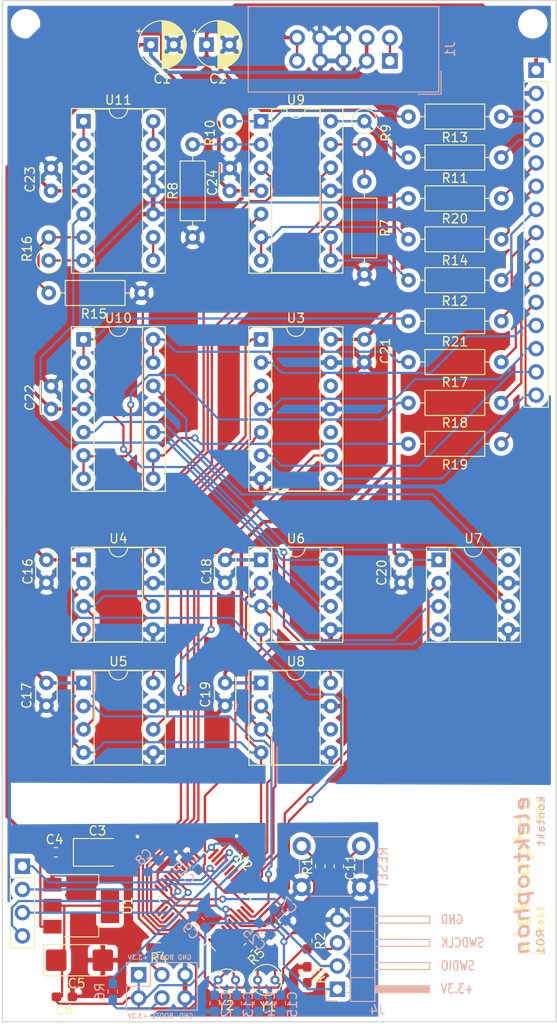
<source format=kicad_pcb>
(kicad_pcb (version 20171130) (host pcbnew 5.1.5-52549c5~86~ubuntu19.04.1)
  (layers (0 F.Cu signal) (31 B.Cu signal) (34 B.Paste user) (35 F.Paste user) (36 B.SilkS user) (37 F.SilkS user) (38 B.Mask user) (39 F.Mask user) (44 Edge.Cuts user))
  (net 0 "")
  (net 1 +5V)
  (net 2 GND)
  (net 3 +3V3)
  (net 4 +15V)
  (net 5 -15V)
  (net 6 "/STM32 Board/RESET")
  (net 7 "/STM32 Board/PC14")
  (net 8 "/STM32 Board/PC15")
  (net 9 "/STM32 Board/OSCIN")
  (net 10 "/STM32 Board/OSCOUT")
  (net 11 "/STM32 Board/SWDCLK")
  (net 12 "/STM32 Board/SWDIO")
  (net 13 "/STM32 Board/BOOT0")
  (net 14 "/STM32 Board/BOOT1")
  (net 15 "Net-(R11-Pad2)")
  (net 16 "Net-(R12-Pad2)")
  (net 17 "Net-(R17-Pad2)")
  (net 18 SIG_TRIGGER_1)
  (net 19 MOSI)
  (net 20 SCK)
  (net 21 CS_5)
  (net 22 CS_4)
  (net 23 CS_3)
  (net 24 CS_2)
  (net 25 CS_1)
  (net 26 OUT_CLOCK)
  (net 27 OUT_TRIGGER_3)
  (net 28 OUT_TRIGGER_2)
  (net 29 OUT_TRIGGER_1)
  (net 30 PITCH_BEND_3)
  (net 31 PITCH_BEND_2)
  (net 32 PITCH_BEND_1)
  (net 33 Velocity_3)
  (net 34 Velocity_2)
  (net 35 Velocity_1)
  (net 36 Note_3)
  (net 37 Note_2)
  (net 38 Note_1)
  (net 39 PA11)
  (net 40 PA12)
  (net 41 LED_CONNECT)
  (net 42 LED_ACTIVITY)
  (net 43 "Net-(R7-Pad2)")
  (net 44 "Net-(R10-Pad2)")
  (net 45 "Net-(R10-Pad1)")
  (net 46 "Net-(R14-Pad2)")
  (net 47 "Net-(R15-Pad2)")
  (net 48 "Net-(R16-Pad1)")
  (net 49 "Net-(R18-Pad2)")
  (net 50 "Net-(R19-Pad2)")
  (net 51 "Net-(R21-Pad2)")
  (net 52 SIG_TRIGGER_2)
  (net 53 SIG_TRIGGER_3)
  (net 54 SIG_CLOCK)
  (net 55 "/Analog Circuit/SIG_VELOCITY_1")
  (net 56 "/Analog Circuit/SIG_NOTE_1")
  (net 57 "/Analog Circuit/SIG_VELOCITY_2")
  (net 58 "/Analog Circuit/SIG_NOTE_2")
  (net 59 "/Analog Circuit/SIG_VELOCITY_3")
  (net 60 "/Analog Circuit/SIG_NOTE_3")
  (net 61 "/Analog Circuit/SIG_PITCH_BEND_2")
  (net 62 "/Analog Circuit/SIG_PITCH_BEND_1")
  (net 63 "/Analog Circuit/SIG_PITCH_BEND_3")
  (net 64 "Net-(U11-Pad13)")
  (net 65 "Net-(U11-Pad1)")
  (net 66 "Net-(U11-Pad8)")
  (net 67 "Net-(J5-Pad4)")
  (net 68 "Net-(J5-Pad3)")
  (module Connector_PinHeader_2.54mm:PinHeader_2x03_P2.54mm_Vertical (layer B.Cu) (at 65.7225 157.4165 270)
    (fp_text reference J5 hide)
    (fp_text value Conn_02x03_Odd_Even hide)
    (pad 6 thru_hole oval (at 2.54 -5.08 270) (size 1.7 1.7) (drill 1) (layers *.Cu *.Mask) (net 2 GND))
    (pad 5 thru_hole oval (at 0 -5.08 270) (size 1.7 1.7) (drill 1) (layers *.Cu *.Mask) (net 2 GND))
    (pad 4 thru_hole oval (at 2.54 -2.54 270) (size 1.7 1.7) (drill 1) (layers *.Cu *.Mask) (net 67 "Net-(J5-Pad4)"))
    (pad 3 thru_hole oval (at 0 -2.54 270) (size 1.7 1.7) (drill 1) (layers *.Cu *.Mask) (net 68 "Net-(J5-Pad3)"))
    (pad 2 thru_hole oval (at 2.54 0 270) (size 1.7 1.7) (drill 1) (layers *.Cu *.Mask) (net 3 +3V3))
    (pad 1 thru_hole rect (at 0 0 270) (size 1.7 1.7) (drill 1) (layers *.Cu *.Mask) (net 3 +3V3))
  )
  (module Capacitor_Tantalum_SMD:CP_EIA-6032-20_AVX-F_Pad2.25x2.35mm_HandSolder (layer F.Cu) (at 59.2455 155.829)
    (fp_text reference C5 (at -0.3175 2.54) (layer F.SilkS))
    (fp_text value 330u)
    (pad 2 smd roundrect (at 2.55 0) (size 2.25 2.35) (layers F.Cu F.Paste F.Mask) (roundrect_rratio 0.111111) (net 2 GND))
    (pad 1 smd roundrect (at -2.55 0) (size 2.25 2.35) (layers F.Cu F.Paste F.Mask) (roundrect_rratio 0.111111) (net 3 +3V3))
  )
  (module Capacitor_Tantalum_SMD:CP_EIA-3528-15_AVX-H_Pad1.50x2.35mm_HandSolder (layer F.Cu) (at 61.214 144.018)
    (fp_text reference C3 (at 0 -2.35) (layer F.SilkS))
    (fp_text value 100u)
    (pad 2 smd roundrect (at 1.625 0) (size 1.5 2.35) (layers F.Cu F.Paste F.Mask) (roundrect_rratio 0.166667) (net 2 GND))
    (pad 1 smd roundrect (at -1.625 0) (size 1.5 2.35) (layers F.Cu F.Paste F.Mask) (roundrect_rratio 0.166667) (net 1 +5V))
  )
  (module Connector_PinHeader_2.54mm:PinHeader_1x04_P2.54mm_Horizontal (layer B.Cu) (at 87.4776 159.004)
    (fp_text reference J4 (at 4.385 2.27) (layer B.SilkS) (effects (justify mirror)))
    (fp_text value SWD)
    (pad 4 thru_hole oval (at 0 -7.62) (size 1.7 1.7) (drill 1) (layers *.Cu *.Mask) (net 2 GND))
    (pad 3 thru_hole oval (at 0 -5.08) (size 1.7 1.7) (drill 1) (layers *.Cu *.Mask) (net 11 "/STM32 Board/SWDCLK"))
    (pad 2 thru_hole oval (at 0 -2.54) (size 1.7 1.7) (drill 1) (layers *.Cu *.Mask) (net 12 "/STM32 Board/SWDIO"))
    (pad 1 thru_hole rect (at 0 0) (size 1.7 1.7) (drill 1) (layers *.Cu *.Mask) (net 3 +3V3))
  )
  (module Connector_PinHeader_2.54mm:PinHeader_1x04_P2.54mm_Vertical (layer F.Cu) (at 53 145.542)
    (fp_text reference J3 hide)
    (fp_text value Conn_01x04_Female hide)
    (pad 1 thru_hole rect (at 0 0) (size 1.7 1.7) (drill 1) (layers *.Cu *.Mask) (net 42 LED_ACTIVITY))
    (pad 2 thru_hole oval (at 0 2.54) (size 1.7 1.7) (drill 1) (layers *.Cu *.Mask) (net 41 LED_CONNECT))
    (pad 3 thru_hole oval (at 0 5.08) (size 1.7 1.7) (drill 1) (layers *.Cu *.Mask) (net 39 PA11))
    (pad 4 thru_hole oval (at 0 7.62) (size 1.7 1.7) (drill 1) (layers *.Cu *.Mask) (net 40 PA12))
  )
  (module "elektrophon:elektrophon logo" (layer F.Cu) (at 108.712 146.558 90)
    (fp_text reference REF** hide)
    (fp_text value "elektrophon logo" hide)
    (fp_text user kontakt (at 8.84 1.02 90) (layer B.SilkS) (effects (font (size 0.8 1)) (justify left mirror)))
    (fp_text user R01 (at -8.83 1 90) (layer B.SilkS) (effects (font (size 0.8 1)) (justify right mirror)))
    (fp_text user elektrophon (at 0 -1.016 90) (layer B.SilkS) (effects (font (size 1.5 2) (thickness 0.3) italic) (justify mirror)))
    (fp_text user R01 (at 8.8 1.02 90) (layer F.SilkS) (effects (font (size 0.8 1)) (justify right)))
    (fp_text user kontakt (at -8.88 1 90) (layer F.SilkS) (effects (font (size 0.8 1)) (justify left)))
    (fp_text user elektrophon (at 0 -1.016 90) (layer F.SilkS) (effects (font (size 1.5 2) (thickness 0.3) italic)))
  )
  (module Package_TO_SOT_SMD:SOT-223-3_TabPin2 (layer F.Cu) (at 59.436 149.86)
    (fp_text reference U1 (at 5.08 0 90) (layer F.SilkS))
    (fp_text value AMS1117-3.3)
    (pad 1 smd rect (at -3.15 -2.3) (size 2 1.5) (layers F.Cu F.Paste F.Mask) (net 2 GND))
    (pad 3 smd rect (at -3.15 2.3) (size 2 1.5) (layers F.Cu F.Paste F.Mask) (net 1 +5V))
    (pad 2 smd rect (at -3.15 0) (size 2 1.5) (layers F.Cu F.Paste F.Mask) (net 3 +3V3))
    (pad 2 smd rect (at 3.15 0) (size 2 3.8) (layers F.Cu F.Paste F.Mask) (net 3 +3V3))
  )
  (module Capacitor_SMD:C_0603_1608Metric_Pad1.05x0.95mm_HandSolder (layer B.Cu) (at 79.502 152.384 135)
    (fp_text reference C25 (at -0.011314 -1.62776 315) (layer B.SilkS) (effects (justify mirror)))
    (fp_text value 1u)
    (pad 2 smd roundrect (at 0.875 0 135) (size 1.05 0.95) (layers B.Cu B.Paste B.Mask) (net 3 +3V3))
    (pad 1 smd roundrect (at -0.875 0 135) (size 1.05 0.95) (layers B.Cu B.Paste B.Mask) (net 2 GND))
  )
  (module Connector_IDC:IDC-Header_2x05_P2.54mm_Vertical (layer B.Cu) (at 93.218 57.404 90)
    (fp_text reference J1 (at 1.27 6.604 270) (layer B.SilkS) (effects (justify mirror)))
    (fp_text value "IDC Header")
    (pad 10 thru_hole oval (at 2.54 -10.16 90) (size 1.7272 1.7272) (drill 1.016) (layers *.Cu *.Mask) (net 1 +5V))
    (pad 9 thru_hole oval (at 0 -10.16 90) (size 1.7272 1.7272) (drill 1.016) (layers *.Cu *.Mask) (net 1 +5V))
    (pad 8 thru_hole oval (at 2.54 -7.62 90) (size 1.7272 1.7272) (drill 1.016) (layers *.Cu *.Mask) (net 2 GND))
    (pad 7 thru_hole oval (at 0 -7.62 90) (size 1.7272 1.7272) (drill 1.016) (layers *.Cu *.Mask) (net 2 GND))
    (pad 6 thru_hole oval (at 2.54 -5.08 90) (size 1.7272 1.7272) (drill 1.016) (layers *.Cu *.Mask) (net 2 GND))
    (pad 5 thru_hole oval (at 0 -5.08 90) (size 1.7272 1.7272) (drill 1.016) (layers *.Cu *.Mask) (net 2 GND))
    (pad 4 thru_hole oval (at 2.54 -2.54 90) (size 1.7272 1.7272) (drill 1.016) (layers *.Cu *.Mask) (net 4 +15V))
    (pad 3 thru_hole oval (at 0 -2.54 90) (size 1.7272 1.7272) (drill 1.016) (layers *.Cu *.Mask) (net 4 +15V))
    (pad 2 thru_hole oval (at 2.54 0 90) (size 1.7272 1.7272) (drill 1.016) (layers *.Cu *.Mask) (net 5 -15V))
    (pad 1 thru_hole rect (at 0 0 90) (size 1.7272 1.7272) (drill 1.016) (layers *.Cu *.Mask) (net 5 -15V))
  )
  (module Capacitor_THT:CP_Radial_D5.0mm_P2.50mm (layer F.Cu) (at 73.152 55.626)
    (fp_text reference C2 (at 1.25 3.743) (layer F.SilkS))
    (fp_text value 10u)
    (pad 2 thru_hole circle (at 2.5 0) (size 1.6 1.6) (drill 0.8) (layers *.Cu *.Mask) (net 2 GND))
    (pad 1 thru_hole rect (at 0 0) (size 1.6 1.6) (drill 0.8) (layers *.Cu *.Mask) (net 1 +5V))
  )
  (module Resistor_THT:R_Axial_DIN0207_L6.3mm_D2.5mm_P2.54mm_Vertical (layer F.Cu) (at 55.88 79.248 90)
    (fp_text reference R16 (at 1.27 -2.37 90) (layer F.SilkS))
    (fp_text value 17k)
    (pad 2 thru_hole oval (at 2.54 0 90) (size 1.6 1.6) (drill 0.8) (layers *.Cu *.Mask) (net 47 "Net-(R15-Pad2)"))
    (pad 1 thru_hole circle (at 0 0 90) (size 1.6 1.6) (drill 0.8) (layers *.Cu *.Mask) (net 48 "Net-(R16-Pad1)"))
  )
  (module Resistor_THT:R_Axial_DIN0207_L6.3mm_D2.5mm_P2.54mm_Vertical (layer F.Cu) (at 75.692 64.008 270)
    (fp_text reference R10 (at 1.27 2.159 90) (layer F.SilkS))
    (fp_text value 17k)
    (pad 2 thru_hole oval (at 2.54 0 270) (size 1.6 1.6) (drill 0.8) (layers *.Cu *.Mask) (net 44 "Net-(R10-Pad2)"))
    (pad 1 thru_hole circle (at 0 0 270) (size 1.6 1.6) (drill 0.8) (layers *.Cu *.Mask) (net 45 "Net-(R10-Pad1)"))
  )
  (module Resistor_THT:R_Axial_DIN0207_L6.3mm_D2.5mm_P2.54mm_Vertical (layer F.Cu) (at 90.424 64.008 270)
    (fp_text reference R9 (at 1.27 -2.37 90) (layer F.SilkS))
    (fp_text value 17k)
    (pad 2 thru_hole oval (at 2.54 0 270) (size 1.6 1.6) (drill 0.8) (layers *.Cu *.Mask) (net 43 "Net-(R7-Pad2)"))
    (pad 1 thru_hole circle (at 0 0 270) (size 1.6 1.6) (drill 0.8) (layers *.Cu *.Mask) (net 15 "Net-(R11-Pad2)"))
  )
  (module Package_QFP:LQFP-48_7x7mm_P0.5mm (layer F.Cu) (at 72.898 149.098 135)
    (fp_text reference U2 (at -0.224506 5.882068 135) (layer F.SilkS))
    (fp_text value STM32F103C8Tx)
    (pad 1 smd roundrect (at -4.1625 -2.75 135) (size 1.475 0.3) (layers F.Cu F.Paste F.Mask))
    (pad 2 smd roundrect (at -4.1625 -2.25 135) (size 1.475 0.3) (layers F.Cu F.Paste F.Mask))
    (pad 3 smd roundrect (at -4.1625 -1.75 135) (size 1.475 0.3) (layers F.Cu F.Paste F.Mask) (net 7 "/STM32 Board/PC14"))
    (pad 4 smd roundrect (at -4.1625 -1.25 135) (size 1.475 0.3) (layers F.Cu F.Paste F.Mask) (net 8 "/STM32 Board/PC15"))
    (pad 5 smd roundrect (at -4.1625 -0.75 135) (size 1.475 0.3) (layers F.Cu F.Paste F.Mask) (net 9 "/STM32 Board/OSCIN"))
    (pad 6 smd roundrect (at -4.1625 -0.25 135) (size 1.475 0.3) (layers F.Cu F.Paste F.Mask) (net 10 "/STM32 Board/OSCOUT"))
    (pad 7 smd roundrect (at -4.1625 0.25 135) (size 1.475 0.3) (layers F.Cu F.Paste F.Mask) (net 6 "/STM32 Board/RESET"))
    (pad 8 smd roundrect (at -4.1625 0.75 135) (size 1.475 0.3) (layers F.Cu F.Paste F.Mask) (net 2 GND))
    (pad 9 smd roundrect (at -4.1625 1.25 135) (size 1.475 0.3) (layers F.Cu F.Paste F.Mask) (net 3 +3V3))
    (pad 10 smd roundrect (at -4.1625 1.75 135) (size 1.475 0.3) (layers F.Cu F.Paste F.Mask) (net 25 CS_1))
    (pad 11 smd roundrect (at -4.1625 2.25 135) (size 1.475 0.3) (layers F.Cu F.Paste F.Mask) (net 24 CS_2))
    (pad 12 smd roundrect (at -4.1625 2.75 135) (size 1.475 0.3) (layers F.Cu F.Paste F.Mask) (net 23 CS_3))
    (pad 13 smd roundrect (at -2.75 4.1625 135) (size 0.3 1.475) (layers F.Cu F.Paste F.Mask) (net 22 CS_4))
    (pad 14 smd roundrect (at -2.25 4.1625 135) (size 0.3 1.475) (layers F.Cu F.Paste F.Mask) (net 21 CS_5))
    (pad 15 smd roundrect (at -1.75 4.1625 135) (size 0.3 1.475) (layers F.Cu F.Paste F.Mask) (net 20 SCK))
    (pad 16 smd roundrect (at -1.25 4.1625 135) (size 0.3 1.475) (layers F.Cu F.Paste F.Mask))
    (pad 17 smd roundrect (at -0.75 4.1625 135) (size 0.3 1.475) (layers F.Cu F.Paste F.Mask) (net 19 MOSI))
    (pad 18 smd roundrect (at -0.25 4.1625 135) (size 0.3 1.475) (layers F.Cu F.Paste F.Mask))
    (pad 19 smd roundrect (at 0.25 4.1625 135) (size 0.3 1.475) (layers F.Cu F.Paste F.Mask))
    (pad 20 smd roundrect (at 0.75 4.1625 135) (size 0.3 1.475) (layers F.Cu F.Paste F.Mask) (net 14 "/STM32 Board/BOOT1"))
    (pad 21 smd roundrect (at 1.25 4.1625 135) (size 0.3 1.475) (layers F.Cu F.Paste F.Mask) (net 42 LED_ACTIVITY))
    (pad 22 smd roundrect (at 1.75 4.1625 135) (size 0.3 1.475) (layers F.Cu F.Paste F.Mask) (net 41 LED_CONNECT))
    (pad 23 smd roundrect (at 2.25 4.1625 135) (size 0.3 1.475) (layers F.Cu F.Paste F.Mask) (net 2 GND))
    (pad 24 smd roundrect (at 2.75 4.1625 135) (size 0.3 1.475) (layers F.Cu F.Paste F.Mask) (net 3 +3V3))
    (pad 25 smd roundrect (at 4.1625 2.75 135) (size 1.475 0.3) (layers F.Cu F.Paste F.Mask))
    (pad 26 smd roundrect (at 4.1625 2.25 135) (size 1.475 0.3) (layers F.Cu F.Paste F.Mask))
    (pad 27 smd roundrect (at 4.1625 1.75 135) (size 1.475 0.3) (layers F.Cu F.Paste F.Mask))
    (pad 28 smd roundrect (at 4.1625 1.25 135) (size 1.475 0.3) (layers F.Cu F.Paste F.Mask))
    (pad 29 smd roundrect (at 4.1625 0.75 135) (size 1.475 0.3) (layers F.Cu F.Paste F.Mask))
    (pad 30 smd roundrect (at 4.1625 0.25 135) (size 1.475 0.3) (layers F.Cu F.Paste F.Mask))
    (pad 31 smd roundrect (at 4.1625 -0.25 135) (size 1.475 0.3) (layers F.Cu F.Paste F.Mask))
    (pad 32 smd roundrect (at 4.1625 -0.75 135) (size 1.475 0.3) (layers F.Cu F.Paste F.Mask) (net 39 PA11))
    (pad 33 smd roundrect (at 4.1625 -1.25 135) (size 1.475 0.3) (layers F.Cu F.Paste F.Mask) (net 40 PA12))
    (pad 34 smd roundrect (at 4.1625 -1.75 135) (size 1.475 0.3) (layers F.Cu F.Paste F.Mask) (net 12 "/STM32 Board/SWDIO"))
    (pad 35 smd roundrect (at 4.1625 -2.25 135) (size 1.475 0.3) (layers F.Cu F.Paste F.Mask) (net 2 GND))
    (pad 36 smd roundrect (at 4.1625 -2.75 135) (size 1.475 0.3) (layers F.Cu F.Paste F.Mask) (net 3 +3V3))
    (pad 37 smd roundrect (at 2.75 -4.1625 135) (size 0.3 1.475) (layers F.Cu F.Paste F.Mask) (net 11 "/STM32 Board/SWDCLK"))
    (pad 38 smd roundrect (at 2.25 -4.1625 135) (size 0.3 1.475) (layers F.Cu F.Paste F.Mask))
    (pad 39 smd roundrect (at 1.75 -4.1625 135) (size 0.3 1.475) (layers F.Cu F.Paste F.Mask))
    (pad 40 smd roundrect (at 1.25 -4.1625 135) (size 0.3 1.475) (layers F.Cu F.Paste F.Mask) (net 53 SIG_TRIGGER_3))
    (pad 41 smd roundrect (at 0.75 -4.1625 135) (size 0.3 1.475) (layers F.Cu F.Paste F.Mask) (net 52 SIG_TRIGGER_2))
    (pad 42 smd roundrect (at 0.25 -4.1625 135) (size 0.3 1.475) (layers F.Cu F.Paste F.Mask) (net 18 SIG_TRIGGER_1))
    (pad 43 smd roundrect (at -0.25 -4.1625 135) (size 0.3 1.475) (layers F.Cu F.Paste F.Mask) (net 54 SIG_CLOCK))
    (pad 44 smd roundrect (at -0.75 -4.1625 135) (size 0.3 1.475) (layers F.Cu F.Paste F.Mask) (net 13 "/STM32 Board/BOOT0"))
    (pad 45 smd roundrect (at -1.25 -4.1625 135) (size 0.3 1.475) (layers F.Cu F.Paste F.Mask))
    (pad 46 smd roundrect (at -1.75 -4.1625 135) (size 0.3 1.475) (layers F.Cu F.Paste F.Mask))
    (pad 47 smd roundrect (at -2.25 -4.1625 135) (size 0.3 1.475) (layers F.Cu F.Paste F.Mask) (net 2 GND))
    (pad 48 smd roundrect (at -2.75 -4.1625 135) (size 0.3 1.475) (layers F.Cu F.Paste F.Mask) (net 3 +3V3))
  )
  (module Crystal:Crystal_Round_D2.0mm_Vertical (layer F.Cu) (at 74.422 157.988)
    (fp_text reference Y2 (at 0.889 2.794) (layer F.SilkS))
    (fp_text value 32.768K)
    (pad 2 thru_hole circle (at 1.9 0) (size 1 1) (drill 0.5) (layers *.Cu *.Mask) (net 8 "/STM32 Board/PC15"))
    (pad 1 thru_hole circle (at 0 0) (size 1 1) (drill 0.5) (layers *.Cu *.Mask) (net 7 "/STM32 Board/PC14"))
  )
  (module Crystal:Crystal_Round_D3.0mm_Vertical (layer F.Cu) (at 78.74 157.988)
    (fp_text reference Y1 (at 1.143 2.921) (layer F.SilkS))
    (fp_text value 8MHz)
    (pad 2 thru_hole circle (at 1.9 0) (size 1 1) (drill 0.5) (layers *.Cu *.Mask) (net 10 "/STM32 Board/OSCOUT"))
    (pad 1 thru_hole circle (at 0 0) (size 1 1) (drill 0.5) (layers *.Cu *.Mask) (net 9 "/STM32 Board/OSCIN"))
  )
  (module Package_DIP:DIP-14_W7.62mm_Socket (layer F.Cu) (at 59.69 64.008)
    (fp_text reference U11 (at 3.81 -2.33) (layer F.SilkS))
    (fp_text value LM324)
    (pad 14 thru_hole oval (at 7.62 0) (size 1.6 1.6) (drill 0.8) (layers *.Cu *.Mask) (net 64 "Net-(U11-Pad13)"))
    (pad 7 thru_hole oval (at 0 15.24) (size 1.6 1.6) (drill 0.8) (layers *.Cu *.Mask) (net 48 "Net-(R16-Pad1)"))
    (pad 13 thru_hole oval (at 7.62 2.54) (size 1.6 1.6) (drill 0.8) (layers *.Cu *.Mask) (net 64 "Net-(U11-Pad13)"))
    (pad 6 thru_hole oval (at 0 12.7) (size 1.6 1.6) (drill 0.8) (layers *.Cu *.Mask) (net 47 "Net-(R15-Pad2)"))
    (pad 12 thru_hole oval (at 7.62 5.08) (size 1.6 1.6) (drill 0.8) (layers *.Cu *.Mask) (net 2 GND))
    (pad 5 thru_hole oval (at 0 10.16) (size 1.6 1.6) (drill 0.8) (layers *.Cu *.Mask) (net 60 "/Analog Circuit/SIG_NOTE_3"))
    (pad 11 thru_hole oval (at 7.62 7.62) (size 1.6 1.6) (drill 0.8) (layers *.Cu *.Mask) (net 2 GND))
    (pad 4 thru_hole oval (at 0 7.62) (size 1.6 1.6) (drill 0.8) (layers *.Cu *.Mask) (net 4 +15V))
    (pad 10 thru_hole oval (at 7.62 10.16) (size 1.6 1.6) (drill 0.8) (layers *.Cu *.Mask) (net 2 GND))
    (pad 3 thru_hole oval (at 0 5.08) (size 1.6 1.6) (drill 0.8) (layers *.Cu *.Mask) (net 2 GND))
    (pad 9 thru_hole oval (at 7.62 12.7) (size 1.6 1.6) (drill 0.8) (layers *.Cu *.Mask) (net 66 "Net-(U11-Pad8)"))
    (pad 2 thru_hole oval (at 0 2.54) (size 1.6 1.6) (drill 0.8) (layers *.Cu *.Mask) (net 65 "Net-(U11-Pad1)"))
    (pad 8 thru_hole oval (at 7.62 15.24) (size 1.6 1.6) (drill 0.8) (layers *.Cu *.Mask) (net 66 "Net-(U11-Pad8)"))
    (pad 1 thru_hole rect (at 0 0) (size 1.6 1.6) (drill 0.8) (layers *.Cu *.Mask) (net 65 "Net-(U11-Pad1)"))
  )
  (module Package_DIP:DIP-14_W7.62mm_Socket (layer F.Cu) (at 79.121 64.008)
    (fp_text reference U9 (at 3.81 -2.33) (layer F.SilkS))
    (fp_text value LM324)
    (pad 14 thru_hole oval (at 7.62 0) (size 1.6 1.6) (drill 0.8) (layers *.Cu *.Mask) (net 15 "Net-(R11-Pad2)"))
    (pad 7 thru_hole oval (at 0 15.24) (size 1.6 1.6) (drill 0.8) (layers *.Cu *.Mask) (net 46 "Net-(R14-Pad2)"))
    (pad 13 thru_hole oval (at 7.62 2.54) (size 1.6 1.6) (drill 0.8) (layers *.Cu *.Mask) (net 43 "Net-(R7-Pad2)"))
    (pad 6 thru_hole oval (at 0 12.7) (size 1.6 1.6) (drill 0.8) (layers *.Cu *.Mask) (net 46 "Net-(R14-Pad2)"))
    (pad 12 thru_hole oval (at 7.62 5.08) (size 1.6 1.6) (drill 0.8) (layers *.Cu *.Mask) (net 58 "/Analog Circuit/SIG_NOTE_2"))
    (pad 5 thru_hole oval (at 0 10.16) (size 1.6 1.6) (drill 0.8) (layers *.Cu *.Mask) (net 55 "/Analog Circuit/SIG_VELOCITY_1"))
    (pad 11 thru_hole oval (at 7.62 7.62) (size 1.6 1.6) (drill 0.8) (layers *.Cu *.Mask) (net 2 GND))
    (pad 4 thru_hole oval (at 0 7.62) (size 1.6 1.6) (drill 0.8) (layers *.Cu *.Mask) (net 4 +15V))
    (pad 10 thru_hole oval (at 7.62 10.16) (size 1.6 1.6) (drill 0.8) (layers *.Cu *.Mask) (net 57 "/Analog Circuit/SIG_VELOCITY_2"))
    (pad 3 thru_hole oval (at 0 5.08) (size 1.6 1.6) (drill 0.8) (layers *.Cu *.Mask) (net 56 "/Analog Circuit/SIG_NOTE_1"))
    (pad 9 thru_hole oval (at 7.62 12.7) (size 1.6 1.6) (drill 0.8) (layers *.Cu *.Mask) (net 16 "Net-(R12-Pad2)"))
    (pad 2 thru_hole oval (at 0 2.54) (size 1.6 1.6) (drill 0.8) (layers *.Cu *.Mask) (net 44 "Net-(R10-Pad2)"))
    (pad 8 thru_hole oval (at 7.62 15.24) (size 1.6 1.6) (drill 0.8) (layers *.Cu *.Mask) (net 16 "Net-(R12-Pad2)"))
    (pad 1 thru_hole rect (at 0 0) (size 1.6 1.6) (drill 0.8) (layers *.Cu *.Mask) (net 45 "Net-(R10-Pad1)"))
  )
  (module Package_DIP:DIP-14_W7.62mm_Socket (layer F.Cu) (at 79.121 87.884)
    (fp_text reference U3 (at 3.81 -2.33) (layer F.SilkS))
    (fp_text value 40106)
    (pad 14 thru_hole oval (at 7.62 0) (size 1.6 1.6) (drill 0.8) (layers *.Cu *.Mask) (net 1 +5V))
    (pad 7 thru_hole oval (at 0 15.24) (size 1.6 1.6) (drill 0.8) (layers *.Cu *.Mask) (net 2 GND))
    (pad 13 thru_hole oval (at 7.62 2.54) (size 1.6 1.6) (drill 0.8) (layers *.Cu *.Mask) (net 2 GND))
    (pad 6 thru_hole oval (at 0 12.7) (size 1.6 1.6) (drill 0.8) (layers *.Cu *.Mask) (net 27 OUT_TRIGGER_3))
    (pad 12 thru_hole oval (at 7.62 5.08) (size 1.6 1.6) (drill 0.8) (layers *.Cu *.Mask))
    (pad 5 thru_hole oval (at 0 10.16) (size 1.6 1.6) (drill 0.8) (layers *.Cu *.Mask) (net 53 SIG_TRIGGER_3))
    (pad 11 thru_hole oval (at 7.62 7.62) (size 1.6 1.6) (drill 0.8) (layers *.Cu *.Mask) (net 2 GND))
    (pad 4 thru_hole oval (at 0 7.62) (size 1.6 1.6) (drill 0.8) (layers *.Cu *.Mask) (net 28 OUT_TRIGGER_2))
    (pad 10 thru_hole oval (at 7.62 10.16) (size 1.6 1.6) (drill 0.8) (layers *.Cu *.Mask))
    (pad 3 thru_hole oval (at 0 5.08) (size 1.6 1.6) (drill 0.8) (layers *.Cu *.Mask) (net 52 SIG_TRIGGER_2))
    (pad 9 thru_hole oval (at 7.62 12.7) (size 1.6 1.6) (drill 0.8) (layers *.Cu *.Mask) (net 54 SIG_CLOCK))
    (pad 2 thru_hole oval (at 0 2.54) (size 1.6 1.6) (drill 0.8) (layers *.Cu *.Mask) (net 29 OUT_TRIGGER_1))
    (pad 8 thru_hole oval (at 7.62 15.24) (size 1.6 1.6) (drill 0.8) (layers *.Cu *.Mask) (net 26 OUT_CLOCK))
    (pad 1 thru_hole rect (at 0 0) (size 1.6 1.6) (drill 0.8) (layers *.Cu *.Mask) (net 18 SIG_TRIGGER_1))
  )
  (module Button_Switch_THT:SW_PUSH_6mm (layer B.Cu) (at 83.566 147.828)
    (fp_text reference RESET (at 8.89 -2.159 90) (layer B.SilkS) (effects (justify mirror)))
    (fp_text value SW_Push)
    (pad 1 thru_hole circle (at 6.5 0 270) (size 2 2) (drill 1.1) (layers *.Cu *.Mask) (net 2 GND))
    (pad 2 thru_hole circle (at 6.5 -4.5 270) (size 2 2) (drill 1.1) (layers *.Cu *.Mask) (net 6 "/STM32 Board/RESET"))
    (pad 1 thru_hole circle (at 0 0 270) (size 2 2) (drill 1.1) (layers *.Cu *.Mask) (net 2 GND))
    (pad 2 thru_hole circle (at 0 -4.5 270) (size 2 2) (drill 1.1) (layers *.Cu *.Mask) (net 6 "/STM32 Board/RESET"))
  )
  (module Resistor_THT:R_Axial_DIN0207_L6.3mm_D2.5mm_P10.16mm_Horizontal (layer F.Cu) (at 105.41 85.88375 180)
    (fp_text reference R21 (at 5.08 -2.25425) (layer F.SilkS))
    (fp_text value 1k)
    (pad 2 thru_hole oval (at 10.16 0 180) (size 1.6 1.6) (drill 0.8) (layers *.Cu *.Mask) (net 51 "Net-(R21-Pad2)"))
    (pad 1 thru_hole circle (at 0 0 180) (size 1.6 1.6) (drill 0.8) (layers *.Cu *.Mask) (net 33 Velocity_3))
  )
  (module Resistor_THT:R_Axial_DIN0207_L6.3mm_D2.5mm_P10.16mm_Horizontal (layer F.Cu) (at 105.41 72.4535 180)
    (fp_text reference R20 (at 5.08 -2.2225) (layer F.SilkS))
    (fp_text value 1k)
    (pad 2 thru_hole oval (at 10.16 0 180) (size 1.6 1.6) (drill 0.8) (layers *.Cu *.Mask) (net 48 "Net-(R16-Pad1)"))
    (pad 1 thru_hole circle (at 0 0 180) (size 1.6 1.6) (drill 0.8) (layers *.Cu *.Mask) (net 36 Note_3))
  )
  (module Resistor_THT:R_Axial_DIN0207_L6.3mm_D2.5mm_P10.16mm_Horizontal (layer F.Cu) (at 105.41 99.314 180)
    (fp_text reference R19 (at 5.08 -2.286) (layer F.SilkS))
    (fp_text value 1k)
    (pad 2 thru_hole oval (at 10.16 0 180) (size 1.6 1.6) (drill 0.8) (layers *.Cu *.Mask) (net 50 "Net-(R19-Pad2)"))
    (pad 1 thru_hole circle (at 0 0 180) (size 1.6 1.6) (drill 0.8) (layers *.Cu *.Mask) (net 30 PITCH_BEND_3))
  )
  (module Resistor_THT:R_Axial_DIN0207_L6.3mm_D2.5mm_P10.16mm_Horizontal (layer F.Cu) (at 105.41 94.83725 180)
    (fp_text reference R18 (at 5.08 -2.19075) (layer F.SilkS))
    (fp_text value 1k)
    (pad 2 thru_hole oval (at 10.16 0 180) (size 1.6 1.6) (drill 0.8) (layers *.Cu *.Mask) (net 49 "Net-(R18-Pad2)"))
    (pad 1 thru_hole circle (at 0 0 180) (size 1.6 1.6) (drill 0.8) (layers *.Cu *.Mask) (net 31 PITCH_BEND_2))
  )
  (module Resistor_THT:R_Axial_DIN0207_L6.3mm_D2.5mm_P10.16mm_Horizontal (layer F.Cu) (at 105.41 90.3605 180)
    (fp_text reference R17 (at 5.08 -2.2225) (layer F.SilkS))
    (fp_text value 1k)
    (pad 2 thru_hole oval (at 10.16 0 180) (size 1.6 1.6) (drill 0.8) (layers *.Cu *.Mask) (net 17 "Net-(R17-Pad2)"))
    (pad 1 thru_hole circle (at 0 0 180) (size 1.6 1.6) (drill 0.8) (layers *.Cu *.Mask) (net 32 PITCH_BEND_1))
  )
  (module Resistor_THT:R_Axial_DIN0207_L6.3mm_D2.5mm_P10.16mm_Horizontal (layer F.Cu) (at 66.04 82.804 180)
    (fp_text reference R15 (at 5.207 -2.286) (layer F.SilkS))
    (fp_text value 22k)
    (pad 2 thru_hole oval (at 10.16 0 180) (size 1.6 1.6) (drill 0.8) (layers *.Cu *.Mask) (net 47 "Net-(R15-Pad2)"))
    (pad 1 thru_hole circle (at 0 0 180) (size 1.6 1.6) (drill 0.8) (layers *.Cu *.Mask) (net 2 GND))
  )
  (module Resistor_THT:R_Axial_DIN0207_L6.3mm_D2.5mm_P10.16mm_Horizontal (layer F.Cu) (at 105.41 76.93025 180)
    (fp_text reference R14 (at 5.08 -2.31775) (layer F.SilkS))
    (fp_text value 1k)
    (pad 2 thru_hole oval (at 10.16 0 180) (size 1.6 1.6) (drill 0.8) (layers *.Cu *.Mask) (net 46 "Net-(R14-Pad2)"))
    (pad 1 thru_hole circle (at 0 0 180) (size 1.6 1.6) (drill 0.8) (layers *.Cu *.Mask) (net 35 Velocity_1))
  )
  (module Resistor_THT:R_Axial_DIN0207_L6.3mm_D2.5mm_P10.16mm_Horizontal (layer F.Cu) (at 105.41 63.5 180)
    (fp_text reference R13 (at 5.08 -2.286) (layer F.SilkS))
    (fp_text value 1k)
    (pad 2 thru_hole oval (at 10.16 0 180) (size 1.6 1.6) (drill 0.8) (layers *.Cu *.Mask) (net 45 "Net-(R10-Pad1)"))
    (pad 1 thru_hole circle (at 0 0 180) (size 1.6 1.6) (drill 0.8) (layers *.Cu *.Mask) (net 38 Note_1))
  )
  (module Resistor_THT:R_Axial_DIN0207_L6.3mm_D2.5mm_P10.16mm_Horizontal (layer F.Cu) (at 105.41 81.407 180)
    (fp_text reference R12 (at 5.08 -2.286) (layer F.SilkS))
    (fp_text value 1k)
    (pad 2 thru_hole oval (at 10.16 0 180) (size 1.6 1.6) (drill 0.8) (layers *.Cu *.Mask) (net 16 "Net-(R12-Pad2)"))
    (pad 1 thru_hole circle (at 0 0 180) (size 1.6 1.6) (drill 0.8) (layers *.Cu *.Mask) (net 34 Velocity_2))
  )
  (module Resistor_THT:R_Axial_DIN0207_L6.3mm_D2.5mm_P10.16mm_Horizontal (layer F.Cu) (at 105.41 67.97675 180)
    (fp_text reference R11 (at 5.08 -2.25425) (layer F.SilkS))
    (fp_text value 1k)
    (pad 2 thru_hole oval (at 10.16 0 180) (size 1.6 1.6) (drill 0.8) (layers *.Cu *.Mask) (net 15 "Net-(R11-Pad2)"))
    (pad 1 thru_hole circle (at 0 0 180) (size 1.6 1.6) (drill 0.8) (layers *.Cu *.Mask) (net 37 Note_2))
  )
  (module Resistor_THT:R_Axial_DIN0207_L6.3mm_D2.5mm_P10.16mm_Horizontal (layer F.Cu) (at 71.628 76.708 90)
    (fp_text reference R8 (at 5.08 -2.159 90) (layer F.SilkS))
    (fp_text value 22k)
    (pad 2 thru_hole oval (at 10.16 0 90) (size 1.6 1.6) (drill 0.8) (layers *.Cu *.Mask) (net 44 "Net-(R10-Pad2)"))
    (pad 1 thru_hole circle (at 0 0 90) (size 1.6 1.6) (drill 0.8) (layers *.Cu *.Mask) (net 2 GND))
  )
  (module Resistor_THT:R_Axial_DIN0207_L6.3mm_D2.5mm_P10.16mm_Horizontal (layer F.Cu) (at 90.424 80.772 90)
    (fp_text reference R7 (at 5.08 2.286 90) (layer F.SilkS))
    (fp_text value 22k)
    (pad 2 thru_hole oval (at 10.16 0 90) (size 1.6 1.6) (drill 0.8) (layers *.Cu *.Mask) (net 43 "Net-(R7-Pad2)"))
    (pad 1 thru_hole circle (at 0 0 90) (size 1.6 1.6) (drill 0.8) (layers *.Cu *.Mask) (net 2 GND))
  )
  (module Connector_PinHeader_2.54mm:PinHeader_1x15_P2.54mm_Vertical (layer F.Cu) (at 109.22 58.42)
    (fp_text reference J2 hide)
    (fp_text value Conn_01x15_Female hide)
    (pad 15 thru_hole oval (at 0 35.56) (size 1.7 1.7) (drill 1) (layers *.Cu *.Mask) (net 26 OUT_CLOCK))
    (pad 14 thru_hole oval (at 0 33.02) (size 1.7 1.7) (drill 1) (layers *.Cu *.Mask) (net 27 OUT_TRIGGER_3))
    (pad 13 thru_hole oval (at 0 30.48) (size 1.7 1.7) (drill 1) (layers *.Cu *.Mask) (net 28 OUT_TRIGGER_2))
    (pad 12 thru_hole oval (at 0 27.94) (size 1.7 1.7) (drill 1) (layers *.Cu *.Mask) (net 29 OUT_TRIGGER_1))
    (pad 11 thru_hole oval (at 0 25.4) (size 1.7 1.7) (drill 1) (layers *.Cu *.Mask) (net 30 PITCH_BEND_3))
    (pad 10 thru_hole oval (at 0 22.86) (size 1.7 1.7) (drill 1) (layers *.Cu *.Mask) (net 31 PITCH_BEND_2))
    (pad 9 thru_hole oval (at 0 20.32) (size 1.7 1.7) (drill 1) (layers *.Cu *.Mask) (net 32 PITCH_BEND_1))
    (pad 8 thru_hole oval (at 0 17.78) (size 1.7 1.7) (drill 1) (layers *.Cu *.Mask) (net 33 Velocity_3))
    (pad 7 thru_hole oval (at 0 15.24) (size 1.7 1.7) (drill 1) (layers *.Cu *.Mask) (net 34 Velocity_2))
    (pad 6 thru_hole oval (at 0 12.7) (size 1.7 1.7) (drill 1) (layers *.Cu *.Mask) (net 35 Velocity_1))
    (pad 5 thru_hole oval (at 0 10.16) (size 1.7 1.7) (drill 1) (layers *.Cu *.Mask) (net 36 Note_3))
    (pad 4 thru_hole oval (at 0 7.62) (size 1.7 1.7) (drill 1) (layers *.Cu *.Mask) (net 37 Note_2))
    (pad 3 thru_hole oval (at 0 5.08) (size 1.7 1.7) (drill 1) (layers *.Cu *.Mask) (net 38 Note_1))
    (pad 2 thru_hole oval (at 0 2.54) (size 1.7 1.7) (drill 1) (layers *.Cu *.Mask) (net 2 GND))
    (pad 1 thru_hole rect (at 0 0) (size 1.7 1.7) (drill 1) (layers *.Cu *.Mask) (net 1 +5V))
  )
  (module MountingHole:MountingHole_2.2mm_M2 (layer F.Cu) (at 53.34 160.02)
    (fp_text reference H4 hide)
    (fp_text value MountingHole hide)
    (pad 1 np_thru_hole circle (at 0 0) (size 2.2 2.2) (drill 2.2) (layers *.Cu *.Mask))
  )
  (module MountingHole:MountingHole_2.2mm_M2 (layer F.Cu) (at 108.86 160.02)
    (fp_text reference H3 hide)
    (fp_text value MountingHole hide)
    (pad 1 np_thru_hole circle (at 0 0) (size 2.2 2.2) (drill 2.2) (layers *.Cu *.Mask))
  )
  (module MountingHole:MountingHole_2.2mm_M2 (layer F.Cu) (at 53.34 53.34)
    (fp_text reference H1 hide)
    (fp_text value MountingHole hide)
    (pad 1 np_thru_hole circle (at 0 0) (size 2.2 2.2) (drill 2.2) (layers *.Cu *.Mask))
  )
  (module Capacitor_THT:C_Disc_D3.4mm_W2.1mm_P2.50mm (layer F.Cu) (at 75.692 71.628 90)
    (fp_text reference C24 (at 0.889 -1.905 90) (layer F.SilkS))
    (fp_text value 0.1u)
    (pad 2 thru_hole circle (at 2.5 0 90) (size 1.6 1.6) (drill 0.8) (layers *.Cu *.Mask) (net 2 GND))
    (pad 1 thru_hole circle (at 0 0 90) (size 1.6 1.6) (drill 0.8) (layers *.Cu *.Mask) (net 4 +15V))
  )
  (module Capacitor_THT:C_Disc_D3.4mm_W2.1mm_P2.50mm (layer F.Cu) (at 56.134 71.628 90)
    (fp_text reference C23 (at 1.25 -2.3 90) (layer F.SilkS))
    (fp_text value 0.1u)
    (pad 2 thru_hole circle (at 2.5 0 90) (size 1.6 1.6) (drill 0.8) (layers *.Cu *.Mask) (net 2 GND))
    (pad 1 thru_hole circle (at 0 0 90) (size 1.6 1.6) (drill 0.8) (layers *.Cu *.Mask) (net 4 +15V))
  )
  (module Capacitor_THT:C_Disc_D3.4mm_W2.1mm_P2.50mm (layer F.Cu) (at 56.134 95.504 90)
    (fp_text reference C22 (at 1.25 -2.3 90) (layer F.SilkS))
    (fp_text value 0.1u)
    (pad 2 thru_hole circle (at 2.5 0 90) (size 1.6 1.6) (drill 0.8) (layers *.Cu *.Mask) (net 2 GND))
    (pad 1 thru_hole circle (at 0 0 90) (size 1.6 1.6) (drill 0.8) (layers *.Cu *.Mask) (net 4 +15V))
  )
  (module Capacitor_THT:C_Disc_D3.4mm_W2.1mm_P2.50mm (layer F.Cu) (at 90.424 87.884 270)
    (fp_text reference C21 (at 1.25 -2.3 90) (layer F.SilkS))
    (fp_text value 0.1u)
    (pad 2 thru_hole circle (at 2.5 0 270) (size 1.6 1.6) (drill 0.8) (layers *.Cu *.Mask) (net 2 GND))
    (pad 1 thru_hole circle (at 0 0 270) (size 1.6 1.6) (drill 0.8) (layers *.Cu *.Mask) (net 1 +5V))
  )
  (module Capacitor_THT:C_Disc_D3.4mm_W2.1mm_P2.50mm (layer F.Cu) (at 94.488 112.014 270)
    (fp_text reference C20 (at 1.397 2.159 90) (layer F.SilkS))
    (fp_text value 0.1u)
    (pad 2 thru_hole circle (at 2.5 0 270) (size 1.6 1.6) (drill 0.8) (layers *.Cu *.Mask) (net 2 GND))
    (pad 1 thru_hole circle (at 0 0 270) (size 1.6 1.6) (drill 0.8) (layers *.Cu *.Mask) (net 1 +5V))
  )
  (module Capacitor_THT:C_Disc_D3.4mm_W2.1mm_P2.50mm (layer F.Cu) (at 75.184 125.476 270)
    (fp_text reference C19 (at 1.27 2.159 90) (layer F.SilkS))
    (fp_text value 0.1u)
    (pad 2 thru_hole circle (at 2.5 0 270) (size 1.6 1.6) (drill 0.8) (layers *.Cu *.Mask) (net 2 GND))
    (pad 1 thru_hole circle (at 0 0 270) (size 1.6 1.6) (drill 0.8) (layers *.Cu *.Mask) (net 1 +5V))
  )
  (module Capacitor_THT:C_Disc_D3.4mm_W2.1mm_P2.50mm (layer F.Cu) (at 75.184 112.014 270)
    (fp_text reference C18 (at 1.27 2.032 90) (layer F.SilkS))
    (fp_text value 0.1u)
    (pad 2 thru_hole circle (at 2.5 0 270) (size 1.6 1.6) (drill 0.8) (layers *.Cu *.Mask) (net 2 GND))
    (pad 1 thru_hole circle (at 0 0 270) (size 1.6 1.6) (drill 0.8) (layers *.Cu *.Mask) (net 1 +5V))
  )
  (module Capacitor_THT:C_Disc_D3.4mm_W2.1mm_P2.50mm (layer F.Cu) (at 55.626 125.476 270)
    (fp_text reference C17 (at 1.397 2.159 90) (layer F.SilkS))
    (fp_text value 0.1u)
    (pad 2 thru_hole circle (at 2.5 0 270) (size 1.6 1.6) (drill 0.8) (layers *.Cu *.Mask) (net 2 GND))
    (pad 1 thru_hole circle (at 0 0 270) (size 1.6 1.6) (drill 0.8) (layers *.Cu *.Mask) (net 1 +5V))
  )
  (module Capacitor_THT:C_Disc_D3.4mm_W2.1mm_P2.50mm (layer F.Cu) (at 55.626 112.014 270)
    (fp_text reference C16 (at 1.27 2.032 90) (layer F.SilkS))
    (fp_text value 0.1u)
    (pad 2 thru_hole circle (at 2.5 0 270) (size 1.6 1.6) (drill 0.8) (layers *.Cu *.Mask) (net 2 GND))
    (pad 1 thru_hole circle (at 0 0 270) (size 1.6 1.6) (drill 0.8) (layers *.Cu *.Mask) (net 1 +5V))
  )
  (module Package_DIP:DIP-14_W7.62mm_Socket (layer F.Cu) (at 59.69 87.884)
    (fp_text reference U10 (at 3.81 -2.33) (layer F.SilkS))
    (fp_text value LM324)
    (pad 1 thru_hole rect (at 0 0) (size 1.6 1.6) (drill 0.8) (layers *.Cu *.Mask) (net 51 "Net-(R21-Pad2)"))
    (pad 8 thru_hole oval (at 7.62 15.24) (size 1.6 1.6) (drill 0.8) (layers *.Cu *.Mask) (net 50 "Net-(R19-Pad2)"))
    (pad 2 thru_hole oval (at 0 2.54) (size 1.6 1.6) (drill 0.8) (layers *.Cu *.Mask) (net 51 "Net-(R21-Pad2)"))
    (pad 9 thru_hole oval (at 7.62 12.7) (size 1.6 1.6) (drill 0.8) (layers *.Cu *.Mask) (net 50 "Net-(R19-Pad2)"))
    (pad 3 thru_hole oval (at 0 5.08) (size 1.6 1.6) (drill 0.8) (layers *.Cu *.Mask) (net 59 "/Analog Circuit/SIG_VELOCITY_3"))
    (pad 10 thru_hole oval (at 7.62 10.16) (size 1.6 1.6) (drill 0.8) (layers *.Cu *.Mask) (net 63 "/Analog Circuit/SIG_PITCH_BEND_3"))
    (pad 4 thru_hole oval (at 0 7.62) (size 1.6 1.6) (drill 0.8) (layers *.Cu *.Mask) (net 4 +15V))
    (pad 11 thru_hole oval (at 7.62 7.62) (size 1.6 1.6) (drill 0.8) (layers *.Cu *.Mask) (net 2 GND))
    (pad 5 thru_hole oval (at 0 10.16) (size 1.6 1.6) (drill 0.8) (layers *.Cu *.Mask) (net 61 "/Analog Circuit/SIG_PITCH_BEND_2"))
    (pad 12 thru_hole oval (at 7.62 5.08) (size 1.6 1.6) (drill 0.8) (layers *.Cu *.Mask) (net 62 "/Analog Circuit/SIG_PITCH_BEND_1"))
    (pad 6 thru_hole oval (at 0 12.7) (size 1.6 1.6) (drill 0.8) (layers *.Cu *.Mask) (net 49 "Net-(R18-Pad2)"))
    (pad 13 thru_hole oval (at 7.62 2.54) (size 1.6 1.6) (drill 0.8) (layers *.Cu *.Mask) (net 17 "Net-(R17-Pad2)"))
    (pad 7 thru_hole oval (at 0 15.24) (size 1.6 1.6) (drill 0.8) (layers *.Cu *.Mask) (net 49 "Net-(R18-Pad2)"))
    (pad 14 thru_hole oval (at 7.62 0) (size 1.6 1.6) (drill 0.8) (layers *.Cu *.Mask) (net 17 "Net-(R17-Pad2)"))
  )
  (module Package_DIP:DIP-8_W7.62mm_Socket (layer F.Cu) (at 79.121 125.476)
    (fp_text reference U8 (at 3.81 -2.33) (layer F.SilkS))
    (fp_text value MCP4822)
    (pad 1 thru_hole rect (at 0 0) (size 1.6 1.6) (drill 0.8) (layers *.Cu *.Mask) (net 1 +5V))
    (pad 5 thru_hole oval (at 7.62 7.62) (size 1.6 1.6) (drill 0.8) (layers *.Cu *.Mask) (net 2 GND))
    (pad 2 thru_hole oval (at 0 2.54) (size 1.6 1.6) (drill 0.8) (layers *.Cu *.Mask) (net 21 CS_5))
    (pad 6 thru_hole oval (at 7.62 5.08) (size 1.6 1.6) (drill 0.8) (layers *.Cu *.Mask))
    (pad 3 thru_hole oval (at 0 5.08) (size 1.6 1.6) (drill 0.8) (layers *.Cu *.Mask) (net 20 SCK))
    (pad 7 thru_hole oval (at 7.62 2.54) (size 1.6 1.6) (drill 0.8) (layers *.Cu *.Mask) (net 2 GND))
    (pad 4 thru_hole oval (at 0 7.62) (size 1.6 1.6) (drill 0.8) (layers *.Cu *.Mask) (net 19 MOSI))
    (pad 8 thru_hole oval (at 7.62 0) (size 1.6 1.6) (drill 0.8) (layers *.Cu *.Mask) (net 63 "/Analog Circuit/SIG_PITCH_BEND_3"))
  )
  (module Package_DIP:DIP-8_W7.62mm_Socket (layer F.Cu) (at 98.552 112.014)
    (fp_text reference U7 (at 3.81 -2.33) (layer F.SilkS))
    (fp_text value MCP4822)
    (pad 1 thru_hole rect (at 0 0) (size 1.6 1.6) (drill 0.8) (layers *.Cu *.Mask) (net 1 +5V))
    (pad 5 thru_hole oval (at 7.62 7.62) (size 1.6 1.6) (drill 0.8) (layers *.Cu *.Mask) (net 2 GND))
    (pad 2 thru_hole oval (at 0 2.54) (size 1.6 1.6) (drill 0.8) (layers *.Cu *.Mask) (net 22 CS_4))
    (pad 6 thru_hole oval (at 7.62 5.08) (size 1.6 1.6) (drill 0.8) (layers *.Cu *.Mask) (net 61 "/Analog Circuit/SIG_PITCH_BEND_2"))
    (pad 3 thru_hole oval (at 0 5.08) (size 1.6 1.6) (drill 0.8) (layers *.Cu *.Mask) (net 20 SCK))
    (pad 7 thru_hole oval (at 7.62 2.54) (size 1.6 1.6) (drill 0.8) (layers *.Cu *.Mask) (net 2 GND))
    (pad 4 thru_hole oval (at 0 7.62) (size 1.6 1.6) (drill 0.8) (layers *.Cu *.Mask) (net 19 MOSI))
    (pad 8 thru_hole oval (at 7.62 0) (size 1.6 1.6) (drill 0.8) (layers *.Cu *.Mask) (net 62 "/Analog Circuit/SIG_PITCH_BEND_1"))
  )
  (module Package_DIP:DIP-8_W7.62mm_Socket (layer F.Cu) (at 79.121 112.014)
    (fp_text reference U6 (at 3.81 -2.33) (layer F.SilkS))
    (fp_text value MCP4822)
    (pad 1 thru_hole rect (at 0 0) (size 1.6 1.6) (drill 0.8) (layers *.Cu *.Mask) (net 1 +5V))
    (pad 5 thru_hole oval (at 7.62 7.62) (size 1.6 1.6) (drill 0.8) (layers *.Cu *.Mask) (net 2 GND))
    (pad 2 thru_hole oval (at 0 2.54) (size 1.6 1.6) (drill 0.8) (layers *.Cu *.Mask) (net 23 CS_3))
    (pad 6 thru_hole oval (at 7.62 5.08) (size 1.6 1.6) (drill 0.8) (layers *.Cu *.Mask) (net 59 "/Analog Circuit/SIG_VELOCITY_3"))
    (pad 3 thru_hole oval (at 0 5.08) (size 1.6 1.6) (drill 0.8) (layers *.Cu *.Mask) (net 20 SCK))
    (pad 7 thru_hole oval (at 7.62 2.54) (size 1.6 1.6) (drill 0.8) (layers *.Cu *.Mask) (net 2 GND))
    (pad 4 thru_hole oval (at 0 7.62) (size 1.6 1.6) (drill 0.8) (layers *.Cu *.Mask) (net 19 MOSI))
    (pad 8 thru_hole oval (at 7.62 0) (size 1.6 1.6) (drill 0.8) (layers *.Cu *.Mask) (net 60 "/Analog Circuit/SIG_NOTE_3"))
  )
  (module Package_DIP:DIP-8_W7.62mm_Socket (layer F.Cu) (at 59.69 125.476)
    (fp_text reference U5 (at 3.81 -2.33) (layer F.SilkS))
    (fp_text value MCP4822)
    (pad 1 thru_hole rect (at 0 0) (size 1.6 1.6) (drill 0.8) (layers *.Cu *.Mask) (net 1 +5V))
    (pad 5 thru_hole oval (at 7.62 7.62) (size 1.6 1.6) (drill 0.8) (layers *.Cu *.Mask) (net 2 GND))
    (pad 2 thru_hole oval (at 0 2.54) (size 1.6 1.6) (drill 0.8) (layers *.Cu *.Mask) (net 24 CS_2))
    (pad 6 thru_hole oval (at 7.62 5.08) (size 1.6 1.6) (drill 0.8) (layers *.Cu *.Mask) (net 57 "/Analog Circuit/SIG_VELOCITY_2"))
    (pad 3 thru_hole oval (at 0 5.08) (size 1.6 1.6) (drill 0.8) (layers *.Cu *.Mask) (net 20 SCK))
    (pad 7 thru_hole oval (at 7.62 2.54) (size 1.6 1.6) (drill 0.8) (layers *.Cu *.Mask) (net 2 GND))
    (pad 4 thru_hole oval (at 0 7.62) (size 1.6 1.6) (drill 0.8) (layers *.Cu *.Mask) (net 19 MOSI))
    (pad 8 thru_hole oval (at 7.62 0) (size 1.6 1.6) (drill 0.8) (layers *.Cu *.Mask) (net 58 "/Analog Circuit/SIG_NOTE_2"))
  )
  (module Package_DIP:DIP-8_W7.62mm_Socket (layer F.Cu) (at 59.69 112.014)
    (fp_text reference U4 (at 3.81 -2.33) (layer F.SilkS))
    (fp_text value MCP4822)
    (pad 1 thru_hole rect (at 0 0) (size 1.6 1.6) (drill 0.8) (layers *.Cu *.Mask) (net 1 +5V))
    (pad 5 thru_hole oval (at 7.62 7.62) (size 1.6 1.6) (drill 0.8) (layers *.Cu *.Mask) (net 2 GND))
    (pad 2 thru_hole oval (at 0 2.54) (size 1.6 1.6) (drill 0.8) (layers *.Cu *.Mask) (net 25 CS_1))
    (pad 6 thru_hole oval (at 7.62 5.08) (size 1.6 1.6) (drill 0.8) (layers *.Cu *.Mask) (net 56 "/Analog Circuit/SIG_NOTE_1"))
    (pad 3 thru_hole oval (at 0 5.08) (size 1.6 1.6) (drill 0.8) (layers *.Cu *.Mask) (net 20 SCK))
    (pad 7 thru_hole oval (at 7.62 2.54) (size 1.6 1.6) (drill 0.8) (layers *.Cu *.Mask) (net 2 GND))
    (pad 4 thru_hole oval (at 0 7.62) (size 1.6 1.6) (drill 0.8) (layers *.Cu *.Mask) (net 19 MOSI))
    (pad 8 thru_hole oval (at 7.62 0) (size 1.6 1.6) (drill 0.8) (layers *.Cu *.Mask) (net 55 "/Analog Circuit/SIG_VELOCITY_1"))
  )
  (module Resistor_SMD:R_0603_1608Metric_Pad1.05x0.95mm_HandSolder (layer F.Cu) (at 77.724 154.432 45)
    (fp_text reference R5 (at -0.089803 1.347038 225) (layer F.SilkS))
    (fp_text value 1M)
    (pad 2 smd roundrect (at 0.875 0 45) (size 1.05 0.95) (layers F.Cu F.Paste F.Mask) (net 10 "/STM32 Board/OSCOUT"))
    (pad 1 smd roundrect (at -0.875 0 45) (size 1.05 0.95) (layers F.Cu F.Paste F.Mask) (net 9 "/STM32 Board/OSCIN"))
  )
  (module Resistor_SMD:R_0603_1608Metric_Pad1.05x0.95mm_HandSolder (layer B.Cu) (at 62.8904 159.258 270)
    (fp_text reference R6 (at 0 1.43 270) (layer B.SilkS) (effects (justify mirror)))
    (fp_text value 100k)
    (pad 2 smd roundrect (at 0.875 0 270) (size 1.05 0.95) (layers B.Cu B.Paste B.Mask) (net 67 "Net-(J5-Pad4)"))
    (pad 1 smd roundrect (at -0.875 0 270) (size 1.05 0.95) (layers B.Cu B.Paste B.Mask) (net 14 "/STM32 Board/BOOT1"))
  )
  (module Resistor_SMD:R_0603_1608Metric_Pad1.05x0.95mm_HandSolder (layer F.Cu) (at 85.598 145.542 270)
    (fp_text reference R1 (at 0 1.397 90) (layer F.SilkS))
    (fp_text value 10k)
    (pad 2 smd roundrect (at 0.875 0 270) (size 1.05 0.95) (layers F.Cu F.Paste F.Mask) (net 3 +3V3))
    (pad 1 smd roundrect (at -0.875 0 270) (size 1.05 0.95) (layers F.Cu F.Paste F.Mask) (net 6 "/STM32 Board/RESET"))
  )
  (module Resistor_SMD:R_0603_1608Metric_Pad1.05x0.95mm_HandSolder (layer F.Cu) (at 67.945 154.432 180)
    (fp_text reference R4 (at 0 -1.143) (layer F.SilkS))
    (fp_text value 100k)
    (pad 2 smd roundrect (at 0.875 0 180) (size 1.05 0.95) (layers F.Cu F.Paste F.Mask) (net 68 "Net-(J5-Pad3)"))
    (pad 1 smd roundrect (at -0.875 0 180) (size 1.05 0.95) (layers F.Cu F.Paste F.Mask) (net 13 "/STM32 Board/BOOT0"))
  )
  (module Resistor_SMD:R_0603_1608Metric_Pad1.05x0.95mm_HandSolder (layer F.Cu) (at 84.1756 157.4292 270)
    (fp_text reference R3 (at 0 -1.43 90) (layer F.SilkS))
    (fp_text value 10k)
    (pad 2 smd roundrect (at 0.875 0 270) (size 1.05 0.95) (layers F.Cu F.Paste F.Mask) (net 12 "/STM32 Board/SWDIO"))
    (pad 1 smd roundrect (at -0.875 0 270) (size 1.05 0.95) (layers F.Cu F.Paste F.Mask) (net 2 GND))
  )
  (module Resistor_SMD:R_0603_1608Metric_Pad1.05x0.95mm_HandSolder (layer F.Cu) (at 84.1756 153.7208 270)
    (fp_text reference R2 (at 0 -1.43 270) (layer F.SilkS))
    (fp_text value 10k)
    (pad 2 smd roundrect (at 0.875 0 270) (size 1.05 0.95) (layers F.Cu F.Paste F.Mask) (net 11 "/STM32 Board/SWDCLK"))
    (pad 1 smd roundrect (at -0.875 0 270) (size 1.05 0.95) (layers F.Cu F.Paste F.Mask) (net 3 +3V3))
  )
  (module MountingHole:MountingHole_2.2mm_M2 (layer F.Cu) (at 108.86 53.34)
    (fp_text reference H2 hide)
    (fp_text value MountingHole hide)
    (pad 1 np_thru_hole circle (at 0 0) (size 2.2 2.2) (drill 2.2) (layers *.Cu *.Mask))
  )
  (module Capacitor_SMD:C_0603_1608Metric_Pad1.05x0.95mm_HandSolder (layer B.Cu) (at 81.28 160.528 270)
    (fp_text reference C15 (at 0.127 -1.27 90) (layer B.SilkS) (effects (justify mirror)))
    (fp_text value 20p)
    (pad 2 smd roundrect (at 0.875 0 270) (size 1.05 0.95) (layers B.Cu B.Paste B.Mask) (net 2 GND))
    (pad 1 smd roundrect (at -0.875 0 270) (size 1.05 0.95) (layers B.Cu B.Paste B.Mask) (net 10 "/STM32 Board/OSCOUT"))
  )
  (module Capacitor_SMD:C_0603_1608Metric_Pad1.05x0.95mm_HandSolder (layer B.Cu) (at 78.867 160.528 270)
    (fp_text reference C14 (at 0.127 -1.27 90) (layer B.SilkS) (effects (justify mirror)))
    (fp_text value 20p)
    (pad 2 smd roundrect (at 0.875 0 270) (size 1.05 0.95) (layers B.Cu B.Paste B.Mask) (net 2 GND))
    (pad 1 smd roundrect (at -0.875 0 270) (size 1.05 0.95) (layers B.Cu B.Paste B.Mask) (net 9 "/STM32 Board/OSCIN"))
  )
  (module Capacitor_SMD:C_0603_1608Metric_Pad1.05x0.95mm_HandSolder (layer B.Cu) (at 76.454 160.528 270)
    (fp_text reference C13 (at 0.127 -1.27 90) (layer B.SilkS) (effects (justify mirror)))
    (fp_text value 20p)
    (pad 2 smd roundrect (at 0.875 0 270) (size 1.05 0.95) (layers B.Cu B.Paste B.Mask) (net 2 GND))
    (pad 1 smd roundrect (at -0.875 0 270) (size 1.05 0.95) (layers B.Cu B.Paste B.Mask) (net 8 "/STM32 Board/PC15"))
  )
  (module Capacitor_SMD:C_0603_1608Metric_Pad1.05x0.95mm_HandSolder (layer B.Cu) (at 74.041 160.528 270)
    (fp_text reference C12 (at 0.127 -1.27 90) (layer B.SilkS) (effects (justify mirror)))
    (fp_text value 20p)
    (pad 2 smd roundrect (at 0.875 0 270) (size 1.05 0.95) (layers B.Cu B.Paste B.Mask) (net 2 GND))
    (pad 1 smd roundrect (at -0.875 0 270) (size 1.05 0.95) (layers B.Cu B.Paste B.Mask) (net 7 "/STM32 Board/PC14"))
  )
  (module Capacitor_SMD:C_0603_1608Metric_Pad1.05x0.95mm_HandSolder (layer B.Cu) (at 71.628 145.288 315)
    (fp_text reference C10 (at 0 1.43 315) (layer B.SilkS) (effects (justify mirror)))
    (fp_text value 100n)
    (pad 2 smd roundrect (at 0.875 0 315) (size 1.05 0.95) (layers B.Cu B.Paste B.Mask) (net 3 +3V3))
    (pad 1 smd roundrect (at -0.875 0 315) (size 1.05 0.95) (layers B.Cu B.Paste B.Mask) (net 2 GND))
  )
  (module Capacitor_SMD:C_0603_1608Metric_Pad1.05x0.95mm_HandSolder (layer F.Cu) (at 87.63 145.542 90)
    (fp_text reference C11 (at -0.127 1.27 90) (layer F.SilkS))
    (fp_text value 100n)
    (pad 2 smd roundrect (at 0.875 0 90) (size 1.05 0.95) (layers F.Cu F.Paste F.Mask) (net 6 "/STM32 Board/RESET"))
    (pad 1 smd roundrect (at -0.875 0 90) (size 1.05 0.95) (layers F.Cu F.Paste F.Mask) (net 2 GND))
  )
  (module Capacitor_SMD:C_0603_1608Metric_Pad1.05x0.95mm_HandSolder (layer B.Cu) (at 72.39 151.638 315)
    (fp_text reference C9 (at 0 1.43 315) (layer B.SilkS) (effects (justify mirror)))
    (fp_text value 100n)
    (pad 2 smd roundrect (at 0.875 0 315) (size 1.05 0.95) (layers B.Cu B.Paste B.Mask) (net 3 +3V3))
    (pad 1 smd roundrect (at -0.875 0 315) (size 1.05 0.95) (layers B.Cu B.Paste B.Mask) (net 2 GND))
  )
  (module Capacitor_SMD:C_0603_1608Metric_Pad1.05x0.95mm_HandSolder (layer B.Cu) (at 67.31 145.542 225)
    (fp_text reference C8 (at 0 1.43 225) (layer B.SilkS) (effects (justify mirror)))
    (fp_text value 100n)
    (pad 2 smd roundrect (at 0.875 0 225) (size 1.05 0.95) (layers B.Cu B.Paste B.Mask) (net 3 +3V3))
    (pad 1 smd roundrect (at -0.875 0 225) (size 1.05 0.95) (layers B.Cu B.Paste B.Mask) (net 2 GND))
  )
  (module Capacitor_SMD:C_0603_1608Metric_Pad1.05x0.95mm_HandSolder (layer B.Cu) (at 81.1367 150.86 135)
    (fp_text reference C7 (at 0 1.43 315) (layer B.SilkS) (effects (justify mirror)))
    (fp_text value 10n)
    (pad 2 smd roundrect (at 0.875 0 135) (size 1.05 0.95) (layers B.Cu B.Paste B.Mask) (net 3 +3V3))
    (pad 1 smd roundrect (at -0.875 0 135) (size 1.05 0.95) (layers B.Cu B.Paste B.Mask) (net 2 GND))
  )
  (module Capacitor_SMD:C_0603_1608Metric_Pad1.05x0.95mm_HandSolder (layer F.Cu) (at 57.5945 159.8295 180)
    (fp_text reference C6 (at 0 -1.4605) (layer F.SilkS))
    (fp_text value 100n)
    (pad 1 smd roundrect (at -0.875 0 180) (size 1.05 0.95) (layers F.Cu F.Paste F.Mask) (net 2 GND))
    (pad 2 smd roundrect (at 0.875 0 180) (size 1.05 0.95) (layers F.Cu F.Paste F.Mask) (net 3 +3V3))
  )
  (module Capacitor_SMD:C_0603_1608Metric_Pad1.05x0.95mm_HandSolder (layer F.Cu) (at 56.656 144.018 180)
    (fp_text reference C4 (at 0.141 1.397) (layer F.SilkS))
    (fp_text value 100n)
    (pad 2 smd roundrect (at 0.875 0 180) (size 1.05 0.95) (layers F.Cu F.Paste F.Mask) (net 1 +5V))
    (pad 1 smd roundrect (at -0.875 0 180) (size 1.05 0.95) (layers F.Cu F.Paste F.Mask) (net 2 GND))
  )
  (module Capacitor_THT:CP_Radial_D5.0mm_P2.50mm (layer F.Cu) (at 67.056 55.626)
    (fp_text reference C1 (at 1.25 3.743) (layer F.SilkS))
    (fp_text value 10u)
    (pad 2 thru_hole circle (at 2.5 0) (size 1.6 1.6) (drill 0.8) (layers *.Cu *.Mask) (net 2 GND))
    (pad 1 thru_hole rect (at 0 0) (size 1.6 1.6) (drill 0.8) (layers *.Cu *.Mask) (net 4 +15V))
  )
  (gr_text +3.3V (at 65.659 155.5115) (layer B.SilkS) (effects (font (size 0.5 0.5) (thickness 0.1)) (justify mirror)))
  (gr_text GND (at 70.739 155.5115) (layer B.SilkS) (effects (font (size 0.5 0.5) (thickness 0.1)) (justify mirror)))
  (gr_text GND (at 70.9295 161.925) (layer B.SilkS) (effects (font (size 0.5 0.5) (thickness 0.1)) (justify mirror)))
  (gr_text +3.3V (at 65.659 161.925) (layer B.SilkS) (effects (font (size 0.5 0.5) (thickness 0.1)) (justify mirror)))
  (gr_text BOOT0 (at 68.377571 155.5115) (layer B.SilkS) (effects (font (size 0.5 0.5) (thickness 0.1)) (justify mirror)))
  (gr_text BOOT1 (at 68.345821 161.925) (layer B.SilkS) (effects (font (size 0.5 0.5) (thickness 0.1)) (justify mirror)))
  (gr_text GND (at 100.025485 151.384) (layer B.SilkS) (effects (font (size 1 0.8)) (justify mirror)))
  (gr_text SWDCLK (at 101.168343 153.907066) (layer B.SilkS) (effects (font (size 1 0.8)) (justify mirror)))
  (gr_text SWDIO (at 100.654057 156.430132) (layer B.SilkS) (effects (font (size 1 0.8)) (justify mirror)))
  (gr_text +3.3V (at 100.596914 158.9532) (layer B.SilkS) (effects (font (size 1 0.8)) (justify mirror)))
  (gr_line (start 50.8 162.56) (end 50.8 50.8) (layer Edge.Cuts) (width 0.12))
  (gr_line (start 111.4 162.56) (end 50.8 162.56) (layer Edge.Cuts) (width 0.12))
  (gr_line (start 111.4 50.8) (end 111.4 162.56) (layer Edge.Cuts) (width 0.12))
  (gr_line (start 50.8 50.8) (end 111.4 50.8) (layer Edge.Cuts) (width 0.12))
  (segment (start 79.121 112.014) (end 77.9957 112.014) (width 0.25) (layer B.Cu) (net 1))
  (segment (start 94.488 112.014) (end 98.552 112.014) (width 0.25) (layer B.Cu) (net 1))
  (segment (start 83.058 54.864) (end 83.058 57.404) (width 0.25) (layer F.Cu) (net 1))
  (segment (start 81.163596 54.19091) (end 73.40609 54.19091) (width 0.381) (layer F.Cu) (net 1))
  (segment (start 73.152 54.445) (end 73.152 55.626) (width 0.381) (layer F.Cu) (net 1))
  (segment (start 83.058 54.864) (end 81.836686 54.864) (width 0.381) (layer F.Cu) (net 1))
  (segment (start 73.40609 54.19091) (end 73.152 54.445) (width 0.381) (layer F.Cu) (net 1))
  (segment (start 81.836686 54.864) (end 81.163596 54.19091) (width 0.381) (layer F.Cu) (net 1))
  (segment (start 68.246501 54.513599) (end 68.168401 54.435499) (width 0.381) (layer F.Cu) (net 1))
  (segment (start 65.943599 54.435499) (end 51.337499 69.041599) (width 0.381) (layer F.Cu) (net 1))
  (segment (start 68.168401 54.435499) (end 65.943599 54.435499) (width 0.381) (layer F.Cu) (net 1))
  (segment (start 73.152 56.807) (end 71.881909 58.077091) (width 0.381) (layer F.Cu) (net 1))
  (segment (start 69.147763 58.077091) (end 68.246501 57.175829) (width 0.381) (layer F.Cu) (net 1))
  (segment (start 71.881909 58.077091) (end 69.147763 58.077091) (width 0.381) (layer F.Cu) (net 1))
  (segment (start 68.246501 57.175829) (end 68.246501 54.513599) (width 0.381) (layer F.Cu) (net 1))
  (segment (start 51.337499 121.187499) (end 55.626 125.476) (width 0.381) (layer F.Cu) (net 1))
  (segment (start 51.337499 120.874501) (end 51.337499 121.187499) (width 0.381) (layer F.Cu) (net 1))
  (segment (start 51.337499 120.874501) (end 51.337499 140.099499) (width 0.381) (layer F.Cu) (net 1))
  (segment (start 51.337499 107.725499) (end 55.626 112.014) (width 0.381) (layer F.Cu) (net 1))
  (segment (start 51.337499 69.041599) (end 51.337499 105.693499) (width 0.381) (layer F.Cu) (net 1))
  (segment (start 51.337499 105.693499) (end 51.337499 107.725499) (width 0.381) (layer F.Cu) (net 1))
  (segment (start 51.337499 105.693499) (end 51.337499 120.874501) (width 0.381) (layer F.Cu) (net 1))
  (segment (start 59.69 112.014) (end 55.626 112.014) (width 0.381) (layer F.Cu) (net 1))
  (segment (start 93.688001 111.214001) (end 94.488 112.014) (width 0.381) (layer F.Cu) (net 1))
  (segment (start 90.995441 62.817499) (end 93.688001 65.510059) (width 0.381) (layer F.Cu) (net 1))
  (segment (start 79.162499 62.817499) (end 90.995441 62.817499) (width 0.381) (layer F.Cu) (net 1))
  (segment (start 73.152 56.807) (end 79.162499 62.817499) (width 0.381) (layer F.Cu) (net 1))
  (segment (start 73.152 55.626) (end 73.152 56.807) (width 0.381) (layer F.Cu) (net 1))
  (segment (start 93.688001 101.637999) (end 93.688001 111.214001) (width 0.381) (layer F.Cu) (net 1))
  (segment (start 93.509999 84.798001) (end 90.424 87.884) (width 0.381) (layer F.Cu) (net 1))
  (segment (start 93.688001 84.798001) (end 93.509999 84.798001) (width 0.381) (layer F.Cu) (net 1))
  (segment (start 93.688001 65.510059) (end 93.688001 84.798001) (width 0.381) (layer F.Cu) (net 1))
  (segment (start 90.424 87.884) (end 86.741 87.884) (width 0.381) (layer F.Cu) (net 1))
  (segment (start 79.121 112.014) (end 75.184 112.014) (width 0.381) (layer B.Cu) (net 1))
  (segment (start 75.184 125.476) (end 75.184 124.34463) (width 0.381) (layer F.Cu) (net 1))
  (segment (start 76.962 122.56663) (end 76.962 110.236) (width 0.381) (layer F.Cu) (net 1))
  (segment (start 75.184 124.34463) (end 76.962 122.56663) (width 0.381) (layer F.Cu) (net 1))
  (segment (start 79.121 125.476) (end 75.184 125.476) (width 0.381) (layer B.Cu) (net 1))
  (segment (start 59.69 125.476) (end 55.626 125.476) (width 0.381) (layer B.Cu) (net 1))
  (segment (start 93.688001 101.637999) (end 87.503 107.823) (width 0.381) (layer F.Cu) (net 1))
  (segment (start 93.688001 84.798001) (end 93.688001 101.637999) (width 0.381) (layer F.Cu) (net 1))
  (segment (start 79.375 107.823) (end 75.184 112.014) (width 0.381) (layer F.Cu) (net 1))
  (segment (start 87.503 107.823) (end 79.375 107.823) (width 0.381) (layer F.Cu) (net 1))
  (segment (start 73.152 54.445) (end 76.289 51.308) (width 0.381) (layer F.Cu) (net 1))
  (segment (start 103.339 51.308) (end 109.22 57.189) (width 0.381) (layer F.Cu) (net 1))
  (segment (start 109.22 57.189) (end 109.22 58.42) (width 0.381) (layer F.Cu) (net 1))
  (segment (start 76.289 51.308) (end 103.339 51.308) (width 0.381) (layer F.Cu) (net 1))
  (segment (start 55.781 144.018) (end 54.9606 144.8384) (width 0.25) (layer F.Cu) (net 1))
  (segment (start 59.7765 144.018) (end 58.9637 143.2052) (width 0.25) (layer F.Cu) (net 1))
  (segment (start 56.5938 143.2052) (end 55.781 144.018) (width 0.25) (layer F.Cu) (net 1))
  (segment (start 58.9637 143.2052) (end 56.5938 143.2052) (width 0.25) (layer F.Cu) (net 1))
  (segment (start 51.337499 140.099499) (end 55.256 144.018) (width 0.381) (layer F.Cu) (net 1))
  (segment (start 55.256 144.018) (end 55.781 144.018) (width 0.381) (layer F.Cu) (net 1))
  (segment (start 54.9656 152.0896) (end 54.9656 147.828) (width 0.25) (layer F.Cu) (net 1))
  (segment (start 55.036 152.16) (end 54.9656 152.0896) (width 0.25) (layer F.Cu) (net 1))
  (segment (start 56.286 152.16) (end 55.036 152.16) (width 0.25) (layer F.Cu) (net 1))
  (segment (start 54.9606 144.8384) (end 54.9656 147.828) (width 0.25) (layer F.Cu) (net 1))
  (segment (start 54.9656 147.828) (end 54.9606 148.4447) (width 0.25) (layer F.Cu) (net 1))
  (segment (start 76.93961 152.07895) (end 79.56905 152.07895) (width 0.25) (layer F.Cu) (net 2))
  (segment (start 76.371662 151.511002) (end 76.93961 152.07895) (width 0.25) (layer F.Cu) (net 2))
  (segment (start 79.56905 152.07895) (end 81.534 150.114) (width 0.25) (layer F.Cu) (net 2))
  (segment (start 74.818289 143.875711) (end 76.454 142.24) (width 0.25) (layer F.Cu) (net 2))
  (segment (start 74.818289 143.995731) (end 74.818289 143.875711) (width 0.25) (layer F.Cu) (net 2))
  (segment (start 74.250342 144.563678) (end 74.818289 143.995731) (width 0.25) (layer F.Cu) (net 2))
  (via (at 76.454 142.24) (size 0.8) (drill 0.4) (layers F.Cu B.Cu) (net 2))
  (segment (start 73.813438 151.283438) (end 73.4314 150.9014) (width 0.25) (layer F.Cu) (net 2))
  (segment (start 76.336322 151.511002) (end 75.768374 150.943054) (width 0.25) (layer F.Cu) (net 2))
  (segment (start 76.371662 151.511002) (end 76.336322 151.511002) (width 0.25) (layer F.Cu) (net 2))
  (segment (start 75.768374 150.943054) (end 75.436992 150.943054) (width 0.25) (layer F.Cu) (net 2))
  (segment (start 75.436992 150.943054) (end 75.096608 151.283438) (width 0.25) (layer F.Cu) (net 2))
  (segment (start 75.096608 151.283438) (end 73.813438 151.283438) (width 0.25) (layer F.Cu) (net 2))
  (segment (start 68.363678 147.745658) (end 67.79573 147.17771) (width 0.25) (layer F.Cu) (net 2))
  (segment (start 67.79573 145.95882) (end 69.793275 143.961275) (width 0.25) (layer F.Cu) (net 2))
  (segment (start 67.79573 147.17771) (end 67.79573 145.95882) (width 0.25) (layer F.Cu) (net 2))
  (via (at 69.793275 143.961275) (size 0.8) (drill 0.4) (layers F.Cu B.Cu) (net 2))
  (segment (start 51.562 57.323942) (end 51.562 142.425998) (width 0.381) (layer B.Cu) (net 2))
  (segment (start 57.196942 51.689) (end 51.562 57.323942) (width 0.381) (layer B.Cu) (net 2))
  (segment (start 85.598 54.864) (end 82.423 51.689) (width 0.381) (layer B.Cu) (net 2))
  (segment (start 82.423 51.689) (end 57.196942 51.689) (width 0.381) (layer B.Cu) (net 2))
  (segment (start 78.8833 151.7653) (end 75.4203 151.7653) (width 0.25) (layer B.Cu) (net 3))
  (segment (start 80.2135 151.7653) (end 80.2135 151.8258) (width 0.25) (layer B.Cu) (net 3))
  (segment (start 80.518 150.2413) (end 80.2135 150.5458) (width 0.25) (layer B.Cu) (net 3))
  (segment (start 80.2135 150.5458) (end 80.2135 151.7653) (width 0.25) (layer B.Cu) (net 3))
  (segment (start 78.8833 151.7653) (end 80.2135 151.7653) (width 0.25) (layer B.Cu) (net 3))
  (via (at 73.68811 143.473474) (size 0.8) (drill 0.4) (layers F.Cu B.Cu) (net 3))
  (segment (start 73.8968 144.2101) (end 74.088109 144.018791) (width 0.25) (layer F.Cu) (net 3))
  (segment (start 74.088109 143.873473) (end 73.68811 143.473474) (width 0.25) (layer F.Cu) (net 3))
  (segment (start 66.6913 146.1607) (end 71.000884 146.1607) (width 0.25) (layer B.Cu) (net 3))
  (segment (start 74.088109 144.018791) (end 74.088109 143.873473) (width 0.25) (layer F.Cu) (net 3))
  (segment (start 71.115792 146.045792) (end 73.68811 143.473474) (width 0.25) (layer B.Cu) (net 3))
  (segment (start 71.115792 146.045792) (end 71.254866 145.906718) (width 0.25) (layer B.Cu) (net 3))
  (segment (start 71.254866 145.906718) (end 72.246718 145.906718) (width 0.25) (layer B.Cu) (net 3))
  (segment (start 71.000884 146.1607) (end 71.115792 146.045792) (width 0.25) (layer B.Cu) (net 3))
  (segment (start 69.9344 149.86) (end 74.294525 149.86) (width 0.25) (layer F.Cu) (net 3))
  (segment (start 75.4203 151.7653) (end 75.244323 151.589323) (width 0.25) (layer B.Cu) (net 3))
  (via (at 75.244323 150.244113) (size 0.8) (drill 0.4) (layers F.Cu B.Cu) (net 3))
  (segment (start 74.294525 149.86) (end 74.678638 150.244113) (width 0.25) (layer F.Cu) (net 3))
  (segment (start 73.68811 143.473474) (end 74.088109 143.073475) (width 0.25) (layer B.Cu) (net 3))
  (segment (start 74.678638 150.244113) (end 75.244323 150.244113) (width 0.25) (layer F.Cu) (net 3))
  (segment (start 75.244323 151.589323) (end 75.244323 150.244113) (width 0.25) (layer B.Cu) (net 3))
  (segment (start 74.678638 150.244113) (end 75.244323 150.244113) (width 0.25) (layer B.Cu) (net 3))
  (segment (start 68.9323 149.0214) (end 69.0958 149.0214) (width 0.25) (layer F.Cu) (net 3))
  (segment (start 69.0958 149.0214) (end 69.9344 149.86) (width 0.25) (layer F.Cu) (net 3))
  (segment (start 75.811913 150.244113) (end 75.244323 150.244113) (width 0.25) (layer F.Cu) (net 3))
  (segment (start 68.0101 148.0992) (end 68.9323 149.0214) (width 0.25) (layer F.Cu) (net 3))
  (segment (start 77.10983 144.400129) (end 77.10983 145.096133) (width 0.25) (layer B.Cu) (net 3))
  (segment (start 74.168 149.733475) (end 74.678638 150.244113) (width 0.25) (layer B.Cu) (net 3))
  (segment (start 74.168 148.037963) (end 74.168 149.733475) (width 0.25) (layer B.Cu) (net 3))
  (segment (start 75.783176 143.073475) (end 77.10983 144.400129) (width 0.25) (layer B.Cu) (net 3))
  (segment (start 77.10983 145.096133) (end 74.168 148.037963) (width 0.25) (layer B.Cu) (net 3))
  (segment (start 74.088109 143.073475) (end 75.783176 143.073475) (width 0.25) (layer B.Cu) (net 3))
  (segment (start 76.7252 151.1574) (end 75.811913 150.244113) (width 0.25) (layer F.Cu) (net 3))
  (segment (start 57.517 155.956) (end 56.6723 156.8007) (width 0.25) (layer F.Cu) (net 3))
  (segment (start 73.5001 151.7653) (end 73.0087 152.2567) (width 0.25) (layer B.Cu) (net 3))
  (segment (start 75.4203 151.7653) (end 73.5001 151.7653) (width 0.25) (layer B.Cu) (net 3))
  (segment (start 62.8002 156.3638) (end 62.4432 156.0068) (width 0.25) (layer F.Cu) (net 2))
  (segment (start 81.61805 153.23035) (end 81.61805 153.78915) (width 0.25) (layer B.Cu) (net 3))
  (segment (start 80.2135 151.8258) (end 81.61805 153.23035) (width 0.25) (layer B.Cu) (net 3))
  (segment (start 81.61805 153.78915) (end 81.61805 156.32725) (width 0.25) (layer B.Cu) (net 3))
  (via (at 81.61805 153.78915) (size 0.8) (drill 0.4) (layers F.Cu B.Cu) (net 3))
  (segment (start 85.598 149.8092) (end 85.598 146.417) (width 0.25) (layer F.Cu) (net 3))
  (segment (start 82.5614 152.8458) (end 84.1756 152.8458) (width 0.25) (layer F.Cu) (net 3))
  (segment (start 82.2706 153.1366) (end 82.5614 152.8458) (width 0.25) (layer F.Cu) (net 3))
  (segment (start 81.61805 153.78915) (end 82.2706 153.1366) (width 0.25) (layer F.Cu) (net 3))
  (segment (start 82.2706 153.1366) (end 85.598 149.8092) (width 0.25) (layer F.Cu) (net 3))
  (segment (start 84.2772 159.004) (end 82.9564 157.6832) (width 0.25) (layer B.Cu) (net 3))
  (segment (start 81.61805 156.32725) (end 82.9564 157.6832) (width 0.25) (layer B.Cu) (net 3))
  (segment (start 87.4776 159.004) (end 84.2772 159.004) (width 0.25) (layer B.Cu) (net 3))
  (segment (start 62.4432 154.8318) (end 62.4432 156.0068) (width 0.25) (layer F.Cu) (net 2))
  (segment (start 62.4432 154.7672) (end 62.4432 154.8318) (width 0.25) (layer F.Cu) (net 2))
  (segment (start 90.678 57.404) (end 90.678 54.864) (width 0.381) (layer F.Cu) (net 4))
  (segment (start 65.875 55.626) (end 53.34 68.161) (width 0.381) (layer F.Cu) (net 4))
  (segment (start 67.056 55.626) (end 65.875 55.626) (width 0.381) (layer F.Cu) (net 4))
  (segment (start 53.34 92.71) (end 56.134 95.504) (width 0.381) (layer F.Cu) (net 4))
  (segment (start 59.69 95.504) (end 56.134 95.504) (width 0.381) (layer F.Cu) (net 4))
  (segment (start 53.848 69.342) (end 56.134 71.628) (width 0.381) (layer F.Cu) (net 4))
  (segment (start 53.34 69.342) (end 53.848 69.342) (width 0.381) (layer F.Cu) (net 4))
  (segment (start 53.34 68.161) (end 53.34 69.342) (width 0.381) (layer F.Cu) (net 4))
  (segment (start 53.34 69.342) (end 53.34 92.71) (width 0.381) (layer F.Cu) (net 4))
  (segment (start 56.134 71.628) (end 59.69 71.628) (width 0.381) (layer F.Cu) (net 4))
  (segment (start 74.501499 70.437499) (end 75.692 71.628) (width 0.381) (layer F.Cu) (net 4))
  (segment (start 74.501499 64.252499) (end 74.501499 70.437499) (width 0.381) (layer F.Cu) (net 4))
  (segment (start 67.056 56.807) (end 74.501499 64.252499) (width 0.381) (layer F.Cu) (net 4))
  (segment (start 75.692 71.628) (end 79.121 71.628) (width 0.381) (layer F.Cu) (net 4))
  (segment (start 67.056 56.807) (end 67.056 55.626) (width 0.381) (layer F.Cu) (net 4))
  (segment (start 68.907101 58.658101) (end 67.056 56.807) (width 0.381) (layer F.Cu) (net 4))
  (segment (start 67.056 56.807) (end 67.056 55.626) (width 0.381) (layer B.Cu) (net 4))
  (segment (start 68.907101 58.658101) (end 67.056 56.807) (width 0.381) (layer B.Cu) (net 4))
  (segment (start 89.423899 58.658101) (end 68.907101 58.658101) (width 0.381) (layer B.Cu) (net 4))
  (segment (start 90.678 57.404) (end 89.423899 58.658101) (width 0.381) (layer B.Cu) (net 4))
  (segment (start 93.218 57.404) (end 93.218 54.864) (width 0.25) (layer F.Cu) (net 5))
  (segment (start 84.7885 144.667) (end 85.598 144.667) (width 0.25) (layer F.Cu) (net 6))
  (segment (start 83.566 143.328) (end 84.7884 144.5504) (width 0.25) (layer F.Cu) (net 6))
  (segment (start 84.7884 144.5504) (end 84.7884 144.667) (width 0.25) (layer F.Cu) (net 6))
  (segment (start 84.7884 144.667) (end 84.7885 144.667) (width 0.25) (layer F.Cu) (net 6))
  (segment (start 87.63 144.667) (end 88.727 144.667) (width 0.25) (layer F.Cu) (net 6))
  (segment (start 88.727 144.667) (end 90.066 143.328) (width 0.25) (layer F.Cu) (net 6))
  (segment (start 85.598 144.667) (end 87.63 144.667) (width 0.25) (layer F.Cu) (net 6))
  (segment (start 78.74 152.654) (end 76.8075 152.654) (width 0.25) (layer F.Cu) (net 6))
  (segment (start 84.7885 147.154) (end 84.9366 147.3021) (width 0.25) (layer F.Cu) (net 6))
  (segment (start 84.7885 144.667) (end 84.7885 147.154) (width 0.25) (layer F.Cu) (net 6))
  (segment (start 78.8358 152.5582) (end 78.74 152.654) (width 0.25) (layer F.Cu) (net 6))
  (segment (start 84.9366 147.3021) (end 84.9366 148.3402) (width 0.25) (layer F.Cu) (net 6))
  (segment (start 76.8075 152.654) (end 76.0181 151.8646) (width 0.25) (layer F.Cu) (net 6))
  (segment (start 84.9366 148.3402) (end 80.7186 152.5582) (width 0.25) (layer F.Cu) (net 6))
  (segment (start 80.7186 152.5582) (end 78.8358 152.5582) (width 0.25) (layer F.Cu) (net 6))
  (segment (start 74.6039 153.2788) (end 75.175 153.8499) (width 0.25) (layer F.Cu) (net 7))
  (segment (start 75.175 153.8499) (end 75.175 157.235) (width 0.25) (layer F.Cu) (net 7))
  (segment (start 75.175 157.235) (end 74.422 157.988) (width 0.25) (layer F.Cu) (net 7))
  (segment (start 74.041 158.369) (end 74.422 157.988) (width 0.25) (layer B.Cu) (net 7))
  (segment (start 74.041 159.653) (end 74.041 158.369) (width 0.25) (layer B.Cu) (net 7))
  (segment (start 76.322 157.988) (end 76.1235 157.7895) (width 0.25) (layer F.Cu) (net 8))
  (segment (start 76.1235 157.7895) (end 76.1235 154.0913) (width 0.25) (layer F.Cu) (net 8))
  (segment (start 76.1235 154.0913) (end 74.9574 152.9252) (width 0.25) (layer F.Cu) (net 8))
  (segment (start 76.454 158.12) (end 76.322 157.988) (width 0.25) (layer B.Cu) (net 8))
  (segment (start 76.454 159.653) (end 76.454 158.12) (width 0.25) (layer B.Cu) (net 8))
  (segment (start 78.74 157.988) (end 78.74 156.6854) (width 0.25) (layer F.Cu) (net 9))
  (segment (start 78.74 156.6854) (end 77.1053 155.0507) (width 0.25) (layer F.Cu) (net 9))
  (segment (start 75.311 152.5717) (end 77.1053 154.366) (width 0.25) (layer F.Cu) (net 9))
  (segment (start 77.1053 154.366) (end 77.1053 155.0507) (width 0.25) (layer F.Cu) (net 9))
  (segment (start 78.867 158.115) (end 78.74 157.988) (width 0.25) (layer B.Cu) (net 9))
  (segment (start 78.867 159.653) (end 78.867 158.115) (width 0.25) (layer B.Cu) (net 9))
  (segment (start 80.64 157.988) (end 80.64 156.1106) (width 0.25) (layer F.Cu) (net 10))
  (segment (start 80.64 156.1106) (end 78.3427 153.8133) (width 0.25) (layer F.Cu) (net 10))
  (segment (start 78.3427 153.8133) (end 77.2598 153.8133) (width 0.25) (layer F.Cu) (net 10))
  (segment (start 77.2598 153.8133) (end 75.6646 152.2181) (width 0.25) (layer F.Cu) (net 10))
  (segment (start 81.28 158.628) (end 80.64 157.988) (width 0.25) (layer B.Cu) (net 10))
  (segment (start 81.28 159.653) (end 81.28 158.628) (width 0.25) (layer B.Cu) (net 10))
  (segment (start 86.8058 154.5958) (end 87.4776 153.924) (width 0.25) (layer F.Cu) (net 11))
  (segment (start 84.1756 154.5958) (end 86.8058 154.5958) (width 0.25) (layer F.Cu) (net 11))
  (segment (start 81.534 156.7624) (end 83.7006 154.5958) (width 0.25) (layer F.Cu) (net 11))
  (segment (start 68.5999 149.507) (end 68.924 149.507) (width 0.25) (layer F.Cu) (net 11))
  (segment (start 81.534 158.242) (end 81.534 156.7624) (width 0.25) (layer F.Cu) (net 11))
  (segment (start 68.0101 150.0968) (end 68.5999 149.507) (width 0.25) (layer F.Cu) (net 11))
  (segment (start 80.9537 158.8223) (end 81.534 158.242) (width 0.25) (layer F.Cu) (net 11))
  (segment (start 74.089 158.8223) (end 80.9537 158.8223) (width 0.25) (layer F.Cu) (net 11))
  (segment (start 68.924 149.507) (end 72.9749 153.5579) (width 0.25) (layer F.Cu) (net 11))
  (segment (start 72.9749 153.5579) (end 72.9749 157.7082) (width 0.25) (layer F.Cu) (net 11))
  (segment (start 83.7006 154.5958) (end 84.1756 154.5958) (width 0.25) (layer F.Cu) (net 11))
  (segment (start 72.9749 157.7082) (end 74.089 158.8223) (width 0.25) (layer F.Cu) (net 11))
  (segment (start 82.052 152.9679) (end 80.804 151.7199) (width 0.25) (layer B.Cu) (net 12))
  (segment (start 81.4694 150.0184) (end 80.588108 149.137108) (width 0.25) (layer B.Cu) (net 12))
  (segment (start 74.328281 149.158737) (end 74.34991 149.137108) (width 0.25) (layer F.Cu) (net 12))
  (segment (start 80.588108 149.137108) (end 74.915595 149.137108) (width 0.25) (layer B.Cu) (net 12))
  (segment (start 69.870037 149.158737) (end 74.328281 149.158737) (width 0.25) (layer F.Cu) (net 12))
  (via (at 74.915595 149.137108) (size 0.8) (drill 0.4) (layers F.Cu B.Cu) (net 12))
  (segment (start 81.4694 150.5273) (end 81.4694 150.0184) (width 0.25) (layer B.Cu) (net 12))
  (segment (start 69.2907 148.5794) (end 69.870037 149.158737) (width 0.25) (layer F.Cu) (net 12))
  (segment (start 74.34991 149.137108) (end 74.915595 149.137108) (width 0.25) (layer F.Cu) (net 12))
  (segment (start 69.2907 147.9656) (end 69.2907 148.5794) (width 0.25) (layer F.Cu) (net 12))
  (segment (start 68.7172 147.3921) (end 69.2907 147.9656) (width 0.25) (layer F.Cu) (net 12))
  (segment (start 80.804 151.1927) (end 81.4694 150.5273) (width 0.25) (layer B.Cu) (net 12))
  (segment (start 80.804 151.4028) (end 80.804 151.61626) (width 0.25) (layer B.Cu) (net 12))
  (segment (start 80.804 151.4028) (end 80.804 151.1927) (width 0.25) (layer B.Cu) (net 12))
  (segment (start 80.804 151.7199) (end 80.804 151.4028) (width 0.25) (layer B.Cu) (net 12))
  (segment (start 80.804 151.61626) (end 85.65174 156.464) (width 0.25) (layer B.Cu) (net 12))
  (segment (start 85.65174 156.464) (end 87.4776 156.464) (width 0.25) (layer B.Cu) (net 12))
  (segment (start 86.0158 156.464) (end 84.1756 158.3042) (width 0.25) (layer F.Cu) (net 12))
  (segment (start 87.4776 156.464) (end 86.0158 156.464) (width 0.25) (layer F.Cu) (net 12))
  (segment (start 65.9498 160.133) (end 66.04 160.2232) (width 0.25) (layer B.Cu) (net 3))
  (segment (start 70.8025 154.37548) (end 70.8025 157.4165) (width 0.25) (layer F.Cu) (net 2))
  (segment (start 71.545658 153.632322) (end 70.8025 154.37548) (width 0.25) (layer F.Cu) (net 2))
  (via (at 65.5955 142.3035) (size 0.8) (drill 0.4) (layers F.Cu B.Cu) (net 2))
  (segment (start 71.899212 154.198008) (end 71.899212 153.985876) (width 0.25) (layer F.Cu) (net 3))
  (segment (start 72.005278 154.091942) (end 71.899212 153.985876) (width 0.25) (layer F.Cu) (net 3))
  (segment (start 72.005278 160.448324) (end 72.005278 154.091942) (width 0.25) (layer F.Cu) (net 3))
  (segment (start 65.7225 161.0565) (end 65.767501 161.101501) (width 0.25) (layer F.Cu) (net 3))
  (segment (start 71.352101 161.101501) (end 72.005278 160.448324) (width 0.25) (layer F.Cu) (net 3))
  (segment (start 65.767501 161.101501) (end 71.352101 161.101501) (width 0.25) (layer F.Cu) (net 3))
  (segment (start 65.7225 159.9565) (end 65.7225 161.0565) (width 0.25) (layer F.Cu) (net 3))
  (segment (start 73.008718 152.861967) (end 73.008718 152.256718) (width 0.25) (layer B.Cu) (net 3))
  (segment (start 67.962897 158.561501) (end 71.352101 158.561501) (width 0.25) (layer B.Cu) (net 3))
  (segment (start 73.008718 156.904884) (end 73.008718 152.861967) (width 0.25) (layer B.Cu) (net 3))
  (segment (start 66.567898 159.9565) (end 67.962897 158.561501) (width 0.25) (layer B.Cu) (net 3))
  (segment (start 71.352101 158.561501) (end 73.008718 156.904884) (width 0.25) (layer B.Cu) (net 3))
  (segment (start 65.7225 159.9565) (end 66.567898 159.9565) (width 0.25) (layer B.Cu) (net 3))
  (segment (start 57.3432 154.8318) (end 57.3432 156.0068) (width 0.25) (layer F.Cu) (net 3))
  (segment (start 57.536 149.86) (end 57.581001 149.905001) (width 0.25) (layer F.Cu) (net 3))
  (segment (start 57.581001 154.593999) (end 57.3432 154.8318) (width 0.25) (layer F.Cu) (net 3))
  (segment (start 57.581001 149.905001) (end 57.581001 154.593999) (width 0.25) (layer F.Cu) (net 3))
  (segment (start 57.2445 159.8295) (end 56.7195 159.8295) (width 0.25) (layer F.Cu) (net 3))
  (segment (start 57.3432 159.7308) (end 57.2445 159.8295) (width 0.25) (layer F.Cu) (net 3))
  (segment (start 57.3432 156.0068) (end 57.3432 159.7308) (width 0.25) (layer F.Cu) (net 3))
  (segment (start 64.6225 159.9565) (end 65.7225 159.9565) (width 0.25) (layer F.Cu) (net 3))
  (segment (start 63.97949 160.59951) (end 64.6225 159.9565) (width 0.25) (layer F.Cu) (net 3))
  (segment (start 57.01451 160.59951) (end 63.97949 160.59951) (width 0.25) (layer F.Cu) (net 3))
  (segment (start 56.7195 160.3045) (end 57.01451 160.59951) (width 0.25) (layer F.Cu) (net 3))
  (segment (start 56.7195 159.8295) (end 56.7195 160.3045) (width 0.25) (layer F.Cu) (net 3))
  (segment (start 57.536 149.86) (end 62.586 149.86) (width 0.25) (layer F.Cu) (net 3))
  (segment (start 56.286 149.86) (end 57.536 149.86) (width 0.25) (layer F.Cu) (net 3))
  (segment (start 65.7225 157.4165) (end 65.7225 159.9565) (width 0.25) (layer B.Cu) (net 3))
  (segment (start 68.82 154.23666) (end 68.82 154.432) (width 0.25) (layer F.Cu) (net 13))
  (segment (start 70.484998 152.571662) (end 68.82 154.23666) (width 0.25) (layer F.Cu) (net 13))
  (segment (start 76.187169 144.748131) (end 76.384828 144.748131) (width 0.25) (layer F.Cu) (net 14))
  (segment (start 75.311 145.6243) (end 76.187169 144.748131) (width 0.25) (layer F.Cu) (net 14))
  (via (at 76.384828 144.748131) (size 0.8) (drill 0.4) (layers F.Cu B.Cu) (net 14))
  (segment (start 68.2752 152.4) (end 62.8904 157.7848) (width 0.25) (layer B.Cu) (net 14))
  (segment (start 62.8904 157.7848) (end 62.8904 158.383) (width 0.25) (layer B.Cu) (net 14))
  (segment (start 68.4784 152.4) (end 68.2752 152.4) (width 0.25) (layer B.Cu) (net 14))
  (segment (start 76.384828 144.748131) (end 76.130269 144.748131) (width 0.25) (layer B.Cu) (net 14))
  (segment (start 76.130269 144.748131) (end 68.4784 152.4) (width 0.25) (layer B.Cu) (net 14))
  (segment (start 90.424 64.008) (end 86.741 64.008) (width 0.25) (layer B.Cu) (net 15))
  (segment (start 94.39275 67.97675) (end 95.25 67.97675) (width 0.25) (layer B.Cu) (net 15))
  (segment (start 90.424 64.008) (end 94.39275 67.97675) (width 0.25) (layer B.Cu) (net 15))
  (segment (start 86.741 79.248) (end 86.741 76.708) (width 0.25) (layer F.Cu) (net 16))
  (segment (start 93.091 79.248) (end 95.25 81.407) (width 0.25) (layer B.Cu) (net 16))
  (segment (start 92.075 79.248) (end 93.091 79.248) (width 0.25) (layer B.Cu) (net 16))
  (segment (start 92.3149 79.248) (end 92.075 79.248) (width 0.25) (layer B.Cu) (net 16))
  (segment (start 92.075 79.248) (end 86.741 79.248) (width 0.25) (layer B.Cu) (net 16))
  (segment (start 95.25 90.3605) (end 94.1247 90.3605) (width 0.25) (layer B.Cu) (net 17))
  (segment (start 67.31 87.884) (end 68.4353 87.884) (width 0.25) (layer B.Cu) (net 17))
  (segment (start 68.4353 87.884) (end 69.7865 89.2352) (width 0.25) (layer B.Cu) (net 17))
  (segment (start 69.7865 89.2352) (end 92.9994 89.2352) (width 0.25) (layer B.Cu) (net 17))
  (segment (start 92.9994 89.2352) (end 94.1247 90.3605) (width 0.25) (layer B.Cu) (net 17))
  (segment (start 67.31 87.884) (end 67.31 90.424) (width 0.25) (layer F.Cu) (net 17))
  (segment (start 71.0884 139.6046) (end 71.0884 139.2236) (width 0.25) (layer F.Cu) (net 18))
  (segment (start 66.1864 145.4344) (end 66.1864 146.4504) (width 0.25) (layer F.Cu) (net 18))
  (segment (start 71.0884 140.36801) (end 71.0884 139.2236) (width 0.25) (layer F.Cu) (net 18))
  (segment (start 66.1864 145.27001) (end 71.0884 140.36801) (width 0.25) (layer F.Cu) (net 18))
  (segment (start 66.1864 146.4504) (end 66.1864 145.27001) (width 0.25) (layer F.Cu) (net 18))
  (segment (start 71.0884 105.3146) (end 71.0884 104.8066) (width 0.25) (layer F.Cu) (net 18))
  (segment (start 71.0884 105.3146) (end 71.0884 139.2236) (width 0.25) (layer F.Cu) (net 18))
  (segment (start 71.0884 105.157) (end 71.0884 105.3146) (width 0.25) (layer F.Cu) (net 18))
  (segment (start 78.071 87.884) (end 79.121 87.884) (width 0.25) (layer F.Cu) (net 18))
  (segment (start 77.42098 88.53402) (end 78.071 87.884) (width 0.25) (layer F.Cu) (net 18))
  (segment (start 77.42098 98.47402) (end 77.42098 88.53402) (width 0.25) (layer F.Cu) (net 18))
  (segment (start 71.0884 104.8066) (end 77.42098 98.47402) (width 0.25) (layer F.Cu) (net 18))
  (segment (start 67.800595 152.535417) (end 69.107082 152.535418) (width 0.25) (layer F.Cu) (net 18))
  (segment (start 69.107082 152.535418) (end 69.7779 151.8646) (width 0.25) (layer F.Cu) (net 18))
  (segment (start 66.1864 146.4504) (end 66.1864 150.92122) (width 0.25) (layer F.Cu) (net 18))
  (segment (start 66.319212 151.054032) (end 66.49699 151.23181) (width 0.25) (layer F.Cu) (net 18))
  (segment (start 66.1864 150.92122) (end 66.49699 151.23181) (width 0.25) (layer F.Cu) (net 18))
  (segment (start 66.49699 151.23181) (end 67.800595 152.535417) (width 0.25) (layer F.Cu) (net 18))
  (segment (start 97.4267 119.634) (end 95.8321 121.2286) (width 0.25) (layer B.Cu) (net 19))
  (segment (start 95.8321 121.2286) (end 81.8409 121.2286) (width 0.25) (layer B.Cu) (net 19))
  (segment (start 81.8409 121.2286) (end 80.2463 119.634) (width 0.25) (layer B.Cu) (net 19))
  (segment (start 79.121 133.096) (end 79.121 141.351) (width 0.25) (layer F.Cu) (net 19))
  (segment (start 79.121 119.634) (end 80.2463 119.634) (width 0.25) (layer B.Cu) (net 19))
  (segment (start 98.552 119.634) (end 97.4267 119.634) (width 0.25) (layer B.Cu) (net 19))
  (segment (start 79.121 133.096) (end 77.9957 133.096) (width 0.25) (layer B.Cu) (net 19))
  (segment (start 59.69 133.096) (end 60.8153 133.096) (width 0.25) (layer B.Cu) (net 19))
  (segment (start 60.8153 133.096) (end 61.9406 131.9707) (width 0.25) (layer B.Cu) (net 19))
  (segment (start 61.9406 131.9707) (end 76.8704 131.9707) (width 0.25) (layer B.Cu) (net 19))
  (segment (start 76.8704 131.9707) (end 77.9957 133.096) (width 0.25) (layer B.Cu) (net 19))
  (segment (start 59.69 119.634) (end 59.69 120.7593) (width 0.25) (layer F.Cu) (net 19))
  (segment (start 59.69 120.7593) (end 58.5647 121.8846) (width 0.25) (layer F.Cu) (net 19))
  (segment (start 79.121 121.773083) (end 77.506 123.388083) (width 0.25) (layer F.Cu) (net 19))
  (segment (start 79.121 119.634) (end 79.121 121.773083) (width 0.25) (layer F.Cu) (net 19))
  (segment (start 79.121 132.5333) (end 79.121 133.096) (width 0.25) (layer F.Cu) (net 19))
  (segment (start 79.121 143.891) (end 78.486 144.526) (width 0.25) (layer F.Cu) (net 19))
  (segment (start 79.121 141.351) (end 79.121 143.891) (width 0.25) (layer F.Cu) (net 19))
  (segment (start 79.121 141.351) (end 79.121 143.1737) (width 0.25) (layer F.Cu) (net 19))
  (segment (start 78.486 144.526) (end 76.3717 146.685) (width 0.25) (layer F.Cu) (net 19))
  (segment (start 58.5647 131.9707) (end 59.69 133.096) (width 0.25) (layer F.Cu) (net 19))
  (segment (start 58.5647 130.6653) (end 58.5647 131.9707) (width 0.25) (layer F.Cu) (net 19))
  (segment (start 58.5647 121.8846) (end 58.5647 130.6653) (width 0.25) (layer F.Cu) (net 19))
  (segment (start 58.5647 130.6653) (end 58.5647 131.1268) (width 0.25) (layer F.Cu) (net 19))
  (segment (start 77.506 130.084) (end 77.506 131.481) (width 0.25) (layer F.Cu) (net 19))
  (segment (start 77.506 131.481) (end 79.121 133.096) (width 0.25) (layer F.Cu) (net 19))
  (segment (start 77.506 123.388083) (end 77.506 130.084) (width 0.25) (layer F.Cu) (net 19))
  (segment (start 77.506 130.084) (end 77.506 130.5853) (width 0.25) (layer F.Cu) (net 19))
  (segment (start 79.121 130.556) (end 80.2473 131.6823) (width 0.25) (layer F.Cu) (net 20))
  (segment (start 80.2473 131.6823) (end 80.2473 135.9787) (width 0.25) (layer F.Cu) (net 20))
  (segment (start 80.2473 135.9787) (end 79.797 136.429) (width 0.25) (layer F.Cu) (net 20))
  (segment (start 77.7575 145.9745) (end 77.7575 146.7134) (width 0.25) (layer F.Cu) (net 20))
  (segment (start 77.7575 146.7134) (end 77.0788 147.3921) (width 0.25) (layer F.Cu) (net 20))
  (segment (start 80.2464 121.7181) (end 77.9563 124.0082) (width 0.25) (layer F.Cu) (net 20))
  (segment (start 77.9563 124.0082) (end 77.9563 129.3913) (width 0.25) (layer F.Cu) (net 20))
  (segment (start 77.9563 129.3913) (end 79.121 130.556) (width 0.25) (layer F.Cu) (net 20))
  (segment (start 79.121 117.094) (end 77.9957 117.094) (width 0.25) (layer B.Cu) (net 20))
  (segment (start 59.69 117.094) (end 60.8153 117.094) (width 0.25) (layer B.Cu) (net 20))
  (segment (start 60.8153 117.094) (end 61.9406 115.9687) (width 0.25) (layer B.Cu) (net 20))
  (segment (start 61.9406 115.9687) (end 76.8704 115.9687) (width 0.25) (layer B.Cu) (net 20))
  (segment (start 76.8704 115.9687) (end 77.9957 117.094) (width 0.25) (layer B.Cu) (net 20))
  (segment (start 98.552 117.094) (end 97.4267 117.094) (width 0.25) (layer B.Cu) (net 20))
  (segment (start 79.121 117.094) (end 80.2463 117.094) (width 0.25) (layer B.Cu) (net 20))
  (segment (start 80.2463 117.094) (end 83.9305 120.7782) (width 0.25) (layer B.Cu) (net 20))
  (segment (start 83.9305 120.7782) (end 93.7425 120.7782) (width 0.25) (layer B.Cu) (net 20))
  (segment (start 93.7425 120.7782) (end 97.4267 117.094) (width 0.25) (layer B.Cu) (net 20))
  (segment (start 79.797 143.977) (end 79.248 144.526) (width 0.25) (layer F.Cu) (net 20))
  (segment (start 79.248 144.526) (end 77.7575 145.9745) (width 0.25) (layer F.Cu) (net 20))
  (segment (start 79.797 136.429) (end 79.797 142.199) (width 0.25) (layer F.Cu) (net 20))
  (segment (start 79.797 142.199) (end 79.797 143.977) (width 0.25) (layer F.Cu) (net 20))
  (segment (start 79.797 142.199) (end 79.797 143.173) (width 0.25) (layer F.Cu) (net 20))
  (segment (start 80.2464 118.2194) (end 79.121 117.094) (width 0.25) (layer F.Cu) (net 20))
  (segment (start 80.2464 119.081) (end 80.2464 119.6516) (width 0.25) (layer F.Cu) (net 20))
  (segment (start 80.2464 119.6516) (end 80.2464 118.2194) (width 0.25) (layer F.Cu) (net 20))
  (segment (start 80.2464 119.6516) (end 80.2464 121.7181) (width 0.25) (layer F.Cu) (net 20))
  (segment (start 60.8153 118.2193) (end 59.69 117.094) (width 0.25) (layer F.Cu) (net 20))
  (segment (start 60.8153 119.5247) (end 60.8153 118.2193) (width 0.25) (layer F.Cu) (net 20))
  (segment (start 60.8153 119.5247) (end 60.8153 119.0632) (width 0.25) (layer F.Cu) (net 20))
  (segment (start 60.8153 129.4307) (end 59.69 130.556) (width 0.25) (layer F.Cu) (net 20))
  (segment (start 60.8153 127.1093) (end 60.8153 129.4307) (width 0.25) (layer F.Cu) (net 20))
  (segment (start 60.8153 128.5867) (end 60.8153 127.1093) (width 0.25) (layer F.Cu) (net 20))
  (segment (start 60.8153 127.1093) (end 60.8153 119.5247) (width 0.25) (layer F.Cu) (net 20))
  (segment (start 80.6977 136.8021) (end 80.4724 137.0274) (width 0.25) (layer F.Cu) (net 21))
  (segment (start 78.3562 146.054211) (end 78.3562 146.8218) (width 0.25) (layer F.Cu) (net 21))
  (segment (start 78.3562 146.8218) (end 77.4323 147.7457) (width 0.25) (layer F.Cu) (net 21))
  (segment (start 80.4724 137.0274) (end 80.4724 141.6864) (width 0.25) (layer F.Cu) (net 21))
  (segment (start 80.4724 141.6864) (end 80.4724 144.0636) (width 0.25) (layer F.Cu) (net 21))
  (segment (start 80.4724 141.6864) (end 80.4724 143.1345) (width 0.25) (layer F.Cu) (net 21))
  (segment (start 80.4724 144.0636) (end 80.01 144.526) (width 0.25) (layer F.Cu) (net 21))
  (segment (start 80.01 144.526) (end 78.3562 146.054211) (width 0.25) (layer F.Cu) (net 21))
  (segment (start 80.6977 129.5927) (end 79.121 128.016) (width 0.25) (layer F.Cu) (net 21))
  (segment (start 80.6977 131.2653) (end 80.6977 129.5927) (width 0.25) (layer F.Cu) (net 21))
  (segment (start 80.6977 130.4367) (end 80.6977 131.2653) (width 0.25) (layer F.Cu) (net 21))
  (segment (start 80.6977 131.2653) (end 80.6977 136.8021) (width 0.25) (layer F.Cu) (net 21))
  (segment (start 77.7859 148.0992) (end 79.2082 146.6769) (width 0.25) (layer F.Cu) (net 22))
  (segment (start 79.2082 146.6769) (end 79.2082 146.0227) (width 0.25) (layer F.Cu) (net 22))
  (segment (start 79.2082 146.0227) (end 81.712 143.5189) (width 0.25) (layer F.Cu) (net 22))
  (segment (start 81.712 139.776) (end 82.042 139.446) (width 0.25) (layer F.Cu) (net 22))
  (segment (start 81.712 141.402) (end 81.712 140.4975) (width 0.25) (layer F.Cu) (net 22))
  (segment (start 81.712 141.402) (end 81.712 139.776) (width 0.25) (layer F.Cu) (net 22))
  (segment (start 81.712 143.5189) (end 81.712 141.402) (width 0.25) (layer F.Cu) (net 22))
  (segment (start 82.042 139.446) (end 97.4267 124.0208) (width 0.25) (layer F.Cu) (net 22))
  (segment (start 97.4267 115.6793) (end 98.552 114.554) (width 0.25) (layer F.Cu) (net 22))
  (segment (start 97.4267 118.5087) (end 97.4267 115.6793) (width 0.25) (layer F.Cu) (net 22))
  (segment (start 97.4267 124.0208) (end 97.4267 118.5087) (width 0.25) (layer F.Cu) (net 22))
  (segment (start 97.4267 118.5087) (end 97.4267 116.5232) (width 0.25) (layer F.Cu) (net 22))
  (segment (start 76.309001 123.948671) (end 77.477511 122.780161) (width 0.25) (layer F.Cu) (net 23))
  (segment (start 77.477511 122.780161) (end 77.477511 116.197489) (width 0.25) (layer F.Cu) (net 23))
  (segment (start 77.477511 116.197489) (end 79.121 114.554) (width 0.25) (layer F.Cu) (net 23))
  (segment (start 76.309001 134.510999) (end 76.309001 123.948671) (width 0.25) (layer F.Cu) (net 23))
  (segment (start 72.9838 141.1051) (end 72.9838 137.8362) (width 0.25) (layer F.Cu) (net 23))
  (segment (start 72.9838 137.8362) (end 73.66 137.16) (width 0.25) (layer F.Cu) (net 23))
  (segment (start 73.66 137.16) (end 76.309001 134.510999) (width 0.25) (layer F.Cu) (net 23))
  (segment (start 77.7859 150.0968) (end 76.122836 148.433736) (width 0.25) (layer F.Cu) (net 23))
  (segment (start 72.837065 146.103057) (end 72.837065 145.435855) (width 0.25) (layer F.Cu) (net 23))
  (segment (start 72.9631 145.30982) (end 72.9631 137.8569) (width 0.25) (layer F.Cu) (net 23))
  (segment (start 76.122836 148.433736) (end 75.167744 148.433736) (width 0.25) (layer F.Cu) (net 23))
  (segment (start 72.9631 137.8569) (end 73.66 137.16) (width 0.25) (layer F.Cu) (net 23))
  (segment (start 75.167744 148.433736) (end 72.837065 146.103057) (width 0.25) (layer F.Cu) (net 23))
  (segment (start 72.837065 145.435855) (end 72.9631 145.30982) (width 0.25) (layer F.Cu) (net 23))
  (segment (start 79.9358 146.4141) (end 79.9358 149.5018) (width 0.25) (layer F.Cu) (net 24))
  (segment (start 79.9358 149.5018) (end 78.3835 151.0541) (width 0.25) (layer F.Cu) (net 24))
  (segment (start 78.3835 151.0541) (end 78.0361 151.0541) (width 0.25) (layer F.Cu) (net 24))
  (segment (start 78.0361 151.0541) (end 77.4323 150.4503) (width 0.25) (layer F.Cu) (net 24))
  (segment (start 59.69 128.016) (end 60.8153 128.016) (width 0.25) (layer B.Cu) (net 24))
  (segment (start 60.8153 128.016) (end 61.9406 129.1413) (width 0.25) (layer B.Cu) (net 24))
  (segment (start 61.9406 129.1413) (end 75.6808 129.1413) (width 0.25) (layer B.Cu) (net 24))
  (segment (start 75.6808 129.1413) (end 78.3655 131.826) (width 0.25) (layer B.Cu) (net 24))
  (segment (start 78.3655 131.826) (end 79.4428 131.826) (width 0.25) (layer B.Cu) (net 24))
  (segment (start 79.4428 131.826) (end 80.2491 132.6323) (width 0.25) (layer B.Cu) (net 24))
  (via (at 79.9358 146.4141) (size 0.8) (layers F.Cu B.Cu) (net 24))
  (segment (start 79.9358 145.848415) (end 80.264 145.520215) (width 0.25) (layer B.Cu) (net 24))
  (segment (start 79.9358 146.4141) (end 79.9358 145.848415) (width 0.25) (layer B.Cu) (net 24))
  (segment (start 80.264 145.520215) (end 80.264 144.526) (width 0.25) (layer B.Cu) (net 24))
  (segment (start 80.2491 132.6323) (end 80.264 144.526) (width 0.25) (layer B.Cu) (net 24))
  (segment (start 80.264 144.526) (end 80.2491 145.3388) (width 0.25) (layer B.Cu) (net 24))
  (segment (start 77.0788 150.8039) (end 77.807 151.5321) (width 0.25) (layer F.Cu) (net 25))
  (segment (start 77.807 151.5321) (end 78.586 151.5321) (width 0.25) (layer F.Cu) (net 25))
  (segment (start 78.586 151.5321) (end 82.1624 147.9557) (width 0.25) (layer F.Cu) (net 25))
  (segment (start 75.9399 118.364) (end 84.3219 126.746) (width 0.25) (layer B.Cu) (net 25))
  (segment (start 84.3219 126.746) (end 87.0911 126.746) (width 0.25) (layer B.Cu) (net 25))
  (segment (start 87.0911 126.746) (end 87.8867 127.5416) (width 0.25) (layer B.Cu) (net 25))
  (segment (start 87.8867 127.5416) (end 87.8867 134.8363) (width 0.25) (layer B.Cu) (net 25))
  (segment (start 87.8867 134.8363) (end 84.4773 138.2457) (width 0.25) (layer B.Cu) (net 25))
  (via (at 84.4773 138.2457) (size 0.8) (layers F.Cu B.Cu) (net 25))
  (segment (start 82.1624 140.5956) (end 82.55 140.208) (width 0.25) (layer F.Cu) (net 25))
  (segment (start 82.1624 141.8656) (end 82.1624 140.5956) (width 0.25) (layer F.Cu) (net 25))
  (segment (start 82.1624 141.8656) (end 82.1624 141.3226) (width 0.25) (layer F.Cu) (net 25))
  (segment (start 82.1624 147.9557) (end 82.1624 141.8656) (width 0.25) (layer F.Cu) (net 25))
  (segment (start 82.55 140.208) (end 84.4773 138.2457) (width 0.25) (layer F.Cu) (net 25))
  (segment (start 58.564999 115.679001) (end 59.69 114.554) (width 0.25) (layer B.Cu) (net 25))
  (segment (start 58.564999 117.634001) (end 58.564999 115.679001) (width 0.25) (layer B.Cu) (net 25))
  (segment (start 59.294998 118.364) (end 58.564999 117.634001) (width 0.25) (layer B.Cu) (net 25))
  (segment (start 59.563 118.364) (end 59.294998 118.364) (width 0.25) (layer B.Cu) (net 25))
  (segment (start 59.3116 118.364) (end 59.563 118.364) (width 0.25) (layer B.Cu) (net 25))
  (segment (start 59.563 118.364) (end 75.9399 118.364) (width 0.25) (layer B.Cu) (net 25))
  (segment (start 109.22 93.98) (end 108.0447 93.98) (width 0.25) (layer B.Cu) (net 26))
  (segment (start 108.0447 93.98) (end 98.9007 103.124) (width 0.25) (layer B.Cu) (net 26))
  (segment (start 98.9007 103.124) (end 86.741 103.124) (width 0.25) (layer B.Cu) (net 26))
  (segment (start 79.121 100.584) (end 80.2463 100.584) (width 0.25) (layer B.Cu) (net 27))
  (segment (start 109.22 91.44) (end 106.6539 91.44) (width 0.25) (layer B.Cu) (net 27))
  (segment (start 106.6539 91.44) (end 96.3846 101.7093) (width 0.25) (layer B.Cu) (net 27))
  (segment (start 96.3846 101.7093) (end 81.3716 101.7093) (width 0.25) (layer B.Cu) (net 27))
  (segment (start 81.3716 101.7093) (end 80.2463 100.584) (width 0.25) (layer B.Cu) (net 27))
  (segment (start 79.121 95.504) (end 80.2463 95.504) (width 0.25) (layer B.Cu) (net 28))
  (segment (start 109.22 88.9) (end 108.0447 88.9) (width 0.25) (layer B.Cu) (net 28))
  (segment (start 108.0447 88.9) (end 108.0447 89.3407) (width 0.25) (layer B.Cu) (net 28))
  (segment (start 108.0447 89.3407) (end 105.15 92.2354) (width 0.25) (layer B.Cu) (net 28))
  (segment (start 105.15 92.2354) (end 95.9786 92.2354) (width 0.25) (layer B.Cu) (net 28))
  (segment (start 95.9786 92.2354) (end 93.8353 94.3787) (width 0.25) (layer B.Cu) (net 28))
  (segment (start 93.8353 94.3787) (end 81.3716 94.3787) (width 0.25) (layer B.Cu) (net 28))
  (segment (start 81.3716 94.3787) (end 80.2463 95.504) (width 0.25) (layer B.Cu) (net 28))
  (segment (start 79.121 90.424) (end 80.2463 90.424) (width 0.25) (layer B.Cu) (net 29))
  (segment (start 109.22 86.36) (end 108.0447 86.36) (width 0.25) (layer B.Cu) (net 29))
  (segment (start 108.0447 86.36) (end 106.8694 87.5353) (width 0.25) (layer B.Cu) (net 29))
  (segment (start 106.8694 87.5353) (end 101.706 87.5353) (width 0.25) (layer B.Cu) (net 29))
  (segment (start 101.706 87.5353) (end 97.692 91.5493) (width 0.25) (layer B.Cu) (net 29))
  (segment (start 97.692 91.5493) (end 81.3716 91.5493) (width 0.25) (layer B.Cu) (net 29))
  (segment (start 81.3716 91.5493) (end 80.2463 90.424) (width 0.25) (layer B.Cu) (net 29))
  (segment (start 108.0447 96.6793) (end 105.41 99.314) (width 0.25) (layer F.Cu) (net 30))
  (segment (start 108.0447 84.9953) (end 109.22 83.82) (width 0.25) (layer F.Cu) (net 30))
  (segment (start 108.0447 86.1383) (end 108.0447 84.9953) (width 0.25) (layer F.Cu) (net 30))
  (segment (start 108.0447 85.8032) (end 108.0447 86.1383) (width 0.25) (layer F.Cu) (net 30))
  (segment (start 108.0447 86.1383) (end 108.0447 96.6793) (width 0.25) (layer F.Cu) (net 30))
  (segment (start 107.5944 92.6528) (end 105.41 94.8372) (width 0.25) (layer F.Cu) (net 31))
  (segment (start 107.5944 82.9056) (end 109.22 81.28) (width 0.25) (layer F.Cu) (net 31))
  (segment (start 107.5944 83.757) (end 107.5944 84.7344) (width 0.25) (layer F.Cu) (net 31))
  (segment (start 107.5944 84.7344) (end 107.5944 82.9056) (width 0.25) (layer F.Cu) (net 31))
  (segment (start 107.5944 84.7344) (end 107.5944 92.6528) (width 0.25) (layer F.Cu) (net 31))
  (segment (start 106.999 88.7715) (end 105.41 90.3605) (width 0.25) (layer F.Cu) (net 32))
  (segment (start 106.999 80.961) (end 109.22 78.74) (width 0.25) (layer F.Cu) (net 32))
  (segment (start 106.999 82.358) (end 106.999 80.961) (width 0.25) (layer F.Cu) (net 32))
  (segment (start 106.999 81.769) (end 106.999 82.358) (width 0.25) (layer F.Cu) (net 32))
  (segment (start 106.999 82.358) (end 106.999 88.7715) (width 0.25) (layer F.Cu) (net 32))
  (segment (start 106.5486 84.4594) (end 105.41 85.598) (width 0.25) (layer F.Cu) (net 33))
  (segment (start 106.5486 78.8714) (end 109.22 76.2) (width 0.25) (layer F.Cu) (net 33))
  (segment (start 106.5486 80.3866) (end 106.5486 78.8714) (width 0.25) (layer F.Cu) (net 33))
  (segment (start 106.5486 79.6794) (end 106.5486 80.3866) (width 0.25) (layer F.Cu) (net 33))
  (segment (start 106.5486 80.3866) (end 106.5486 84.4594) (width 0.25) (layer F.Cu) (net 33))
  (segment (start 106.505001 76.374999) (end 109.22 73.66) (width 0.25) (layer B.Cu) (net 34))
  (segment (start 106.505001 80.311999) (end 106.505001 76.374999) (width 0.25) (layer B.Cu) (net 34))
  (segment (start 105.41 81.407) (end 106.505001 80.311999) (width 0.25) (layer B.Cu) (net 34))
  (segment (start 106.209999 74.130001) (end 109.22 71.12) (width 0.25) (layer F.Cu) (net 35))
  (segment (start 106.209999 76.130251) (end 106.209999 74.130001) (width 0.25) (layer F.Cu) (net 35))
  (segment (start 105.41 76.93025) (end 106.209999 76.130251) (width 0.25) (layer F.Cu) (net 35))
  (segment (start 109.22 68.6435) (end 109.22 68.58) (width 0.25) (layer F.Cu) (net 36))
  (segment (start 105.41 72.4535) (end 109.22 68.6435) (width 0.25) (layer F.Cu) (net 36))
  (segment (start 109.22 66.04) (end 107.3468 66.04) (width 0.25) (layer B.Cu) (net 37))
  (segment (start 107.3468 66.04) (end 105.41 67.9768) (width 0.25) (layer B.Cu) (net 37))
  (segment (start 109.22 63.5) (end 105.41 63.5) (width 0.25) (layer B.Cu) (net 38))
  (segment (start 71.1367 148.4164) (end 71.1367 148.3164) (width 0.25) (layer F.Cu) (net 39))
  (segment (start 71.1367 148.3164) (end 70.3669 147.5466) (width 0.25) (layer F.Cu) (net 39))
  (segment (start 70.3669 147.5466) (end 70.2859 147.5466) (width 0.25) (layer F.Cu) (net 39))
  (segment (start 70.2859 147.5466) (end 69.4243 146.685) (width 0.25) (layer F.Cu) (net 39))
  (via (at 71.1367 148.4164) (size 0.8) (layers F.Cu B.Cu) (net 39))
  (segment (start 68.834 150.622) (end 69.596 149.86) (width 0.25) (layer B.Cu) (net 39))
  (segment (start 67.945 150.622) (end 68.834 150.622) (width 0.25) (layer B.Cu) (net 39))
  (segment (start 68.9311 150.622) (end 69.596 149.86) (width 0.25) (layer B.Cu) (net 39))
  (segment (start 69.596 149.86) (end 71.1367 148.4164) (width 0.25) (layer B.Cu) (net 39))
  (segment (start 67.945 150.622) (end 53 150.622) (width 0.25) (layer B.Cu) (net 39))
  (segment (start 67.945 150.622) (end 68.1691 150.622) (width 0.25) (layer B.Cu) (net 39))
  (segment (start 70.016 148.279) (end 70.016 147.9838) (width 0.25) (layer F.Cu) (net 40))
  (segment (start 70.016 147.9838) (end 69.0708 147.0386) (width 0.25) (layer F.Cu) (net 40))
  (segment (start 68.943 149.352) (end 70.016 148.279) (width 0.25) (layer B.Cu) (net 40))
  (via (at 70.016 148.279) (size 0.8) (layers F.Cu B.Cu) (net 40))
  (segment (start 68.943 149.352) (end 67.564 149.352) (width 0.25) (layer B.Cu) (net 40))
  (segment (start 67.564 149.352) (end 68.181 149.352) (width 0.25) (layer B.Cu) (net 40))
  (segment (start 51.854999 152.016999) (end 53 153.162) (width 0.25) (layer B.Cu) (net 40))
  (segment (start 51.854999 150.075001) (end 51.854999 152.016999) (width 0.25) (layer B.Cu) (net 40))
  (segment (start 52.578 149.352) (end 51.854999 150.075001) (width 0.25) (layer B.Cu) (net 40))
  (segment (start 52.578 149.352) (end 67.564 149.352) (width 0.25) (layer B.Cu) (net 40))
  (segment (start 74.6039 144.9172) (end 75.45934 144.06176) (width 0.25) (layer F.Cu) (net 41))
  (via (at 75.65756 144.06176) (size 0.8) (drill 0.4) (layers F.Cu B.Cu) (net 41))
  (segment (start 75.45934 144.06176) (end 75.65756 144.06176) (width 0.25) (layer F.Cu) (net 41))
  (segment (start 75.257561 144.461759) (end 75.257561 145.026855) (width 0.25) (layer B.Cu) (net 41))
  (segment (start 68.4303 148.082) (end 53 148.082) (width 0.25) (layer B.Cu) (net 41))
  (segment (start 75.65756 144.06176) (end 75.257561 144.461759) (width 0.25) (layer B.Cu) (net 41))
  (segment (start 72.782116 147.5023) (end 69.01 147.5023) (width 0.25) (layer B.Cu) (net 41))
  (segment (start 69.01 147.5023) (end 68.4303 148.082) (width 0.25) (layer B.Cu) (net 41))
  (segment (start 75.257561 145.026855) (end 72.782116 147.5023) (width 0.25) (layer B.Cu) (net 41))
  (segment (start 68.7806 147.0948) (end 68.8234 147.052) (width 0.25) (layer B.Cu) (net 42))
  (segment (start 68.8234 147.052) (end 69.074 147.052) (width 0.25) (layer B.Cu) (net 42))
  (segment (start 69.074 147.052) (end 67.832 147.052) (width 0.25) (layer B.Cu) (net 42))
  (segment (start 68.0186 147.0948) (end 67.818 147.066) (width 0.25) (layer B.Cu) (net 42))
  (segment (start 67.832 147.052) (end 67.818 147.066) (width 0.25) (layer B.Cu) (net 42))
  (segment (start 67.818 147.066) (end 67.564 147.32) (width 0.25) (layer B.Cu) (net 42))
  (segment (start 53.7533 145.542) (end 52.578 145.542) (width 0.25) (layer B.Cu) (net 42))
  (segment (start 54.102 145.542) (end 53 145.542) (width 0.25) (layer B.Cu) (net 42))
  (segment (start 67.564 147.32) (end 55.88 147.32) (width 0.25) (layer B.Cu) (net 42))
  (segment (start 55.88 147.32) (end 54.102 145.542) (width 0.25) (layer B.Cu) (net 42))
  (segment (start 73.132067 146.169455) (end 73.532066 145.769456) (width 0.25) (layer B.Cu) (net 42))
  (segment (start 73.132067 146.463933) (end 73.132067 146.169455) (width 0.25) (layer B.Cu) (net 42))
  (via (at 73.532066 145.769456) (size 0.8) (drill 0.4) (layers F.Cu B.Cu) (net 42))
  (segment (start 74.058745 146.169455) (end 73.932065 146.169455) (width 0.25) (layer F.Cu) (net 42))
  (segment (start 74.9574 145.2708) (end 74.058745 146.169455) (width 0.25) (layer F.Cu) (net 42))
  (segment (start 72.544 147.052) (end 73.132067 146.463933) (width 0.25) (layer B.Cu) (net 42))
  (segment (start 73.932065 146.169455) (end 73.532066 145.769456) (width 0.25) (layer F.Cu) (net 42))
  (segment (start 69.074 147.052) (end 72.544 147.052) (width 0.25) (layer B.Cu) (net 42))
  (segment (start 90.424 66.548) (end 86.741 66.548) (width 0.25) (layer F.Cu) (net 43))
  (segment (start 90.424 70.612) (end 90.424 66.548) (width 0.25) (layer F.Cu) (net 43))
  (segment (start 79.121 66.548) (end 75.692 66.548) (width 0.25) (layer B.Cu) (net 44))
  (segment (start 71.628 66.548) (end 75.692 66.548) (width 0.25) (layer B.Cu) (net 44))
  (segment (start 79.121 64.008) (end 80.2463 64.008) (width 0.25) (layer B.Cu) (net 45))
  (segment (start 95.25 63.5) (end 94.1247 63.5) (width 0.25) (layer B.Cu) (net 45))
  (segment (start 94.1247 63.5) (end 93.5074 62.8827) (width 0.25) (layer B.Cu) (net 45))
  (segment (start 93.5074 62.8827) (end 81.3716 62.8827) (width 0.25) (layer B.Cu) (net 45))
  (segment (start 81.3716 62.8827) (end 80.2463 64.008) (width 0.25) (layer B.Cu) (net 45))
  (segment (start 79.121 64.008) (end 75.692 64.008) (width 0.25) (layer B.Cu) (net 45))
  (segment (start 79.121 76.708) (end 80.2463 76.708) (width 0.25) (layer B.Cu) (net 46))
  (segment (start 81.3716 75.5827) (end 80.2463 76.708) (width 0.25) (layer B.Cu) (net 46))
  (segment (start 79.121 76.708) (end 79.121 79.248) (width 0.25) (layer F.Cu) (net 46))
  (segment (start 93.90245 75.5827) (end 95.25 76.93025) (width 0.25) (layer B.Cu) (net 46))
  (segment (start 92.9463 75.5827) (end 93.90245 75.5827) (width 0.25) (layer B.Cu) (net 46))
  (segment (start 93.2534 75.5827) (end 92.9463 75.5827) (width 0.25) (layer B.Cu) (net 46))
  (segment (start 92.9463 75.5827) (end 81.3716 75.5827) (width 0.25) (layer B.Cu) (net 46))
  (segment (start 54.754999 81.678999) (end 55.88 82.804) (width 0.25) (layer F.Cu) (net 47))
  (segment (start 54.754999 77.833001) (end 54.754999 81.678999) (width 0.25) (layer F.Cu) (net 47))
  (segment (start 55.88 76.708) (end 54.754999 77.833001) (width 0.25) (layer F.Cu) (net 47))
  (segment (start 55.88 76.708) (end 59.69 76.708) (width 0.25) (layer F.Cu) (net 47))
  (segment (start 59.69 79.248) (end 60.8153 79.248) (width 0.25) (layer B.Cu) (net 48))
  (segment (start 95.25 72.4535) (end 94.1247 72.4535) (width 0.25) (layer B.Cu) (net 48))
  (segment (start 94.1247 72.4535) (end 93.6802 72.898) (width 0.25) (layer B.Cu) (net 48))
  (segment (start 93.6802 72.898) (end 66.884 72.898) (width 0.25) (layer B.Cu) (net 48))
  (segment (start 66.884 72.898) (end 60.8153 78.9667) (width 0.25) (layer B.Cu) (net 48))
  (segment (start 60.8153 78.9667) (end 60.8153 79.248) (width 0.25) (layer B.Cu) (net 48))
  (segment (start 59.69 79.248) (end 55.88 79.248) (width 0.25) (layer F.Cu) (net 48))
  (segment (start 59.69 100.6832) (end 59.69 100.584) (width 0.25) (layer F.Cu) (net 49))
  (segment (start 59.69 103.124) (end 59.69 100.6832) (width 0.25) (layer F.Cu) (net 49))
  (segment (start 59.69 100.6832) (end 64.3049 100.6832) (width 0.25) (layer F.Cu) (net 49))
  (segment (start 64.3049 100.6832) (end 64.8548 100.1333) (width 0.25) (layer F.Cu) (net 49))
  (segment (start 64.8548 100.1333) (end 64.8548 95.0314) (width 0.25) (layer F.Cu) (net 49))
  (segment (start 95.25 94.8372) (end 94.1247 94.8372) (width 0.25) (layer B.Cu) (net 49))
  (segment (start 64.8548 95.0314) (end 64.8548 93.7767) (width 0.25) (layer B.Cu) (net 49))
  (segment (start 64.8548 93.7767) (end 66.8489 91.7826) (width 0.25) (layer B.Cu) (net 49))
  (segment (start 66.8489 91.7826) (end 69.6395 91.7826) (width 0.25) (layer B.Cu) (net 49))
  (segment (start 69.6395 91.7826) (end 74.5098 96.6529) (width 0.25) (layer B.Cu) (net 49))
  (segment (start 74.5098 96.6529) (end 92.309 96.6529) (width 0.25) (layer B.Cu) (net 49))
  (segment (start 92.309 96.6529) (end 94.1247 94.8372) (width 0.25) (layer B.Cu) (net 49))
  (via (at 64.8548 95.0314) (size 0.8) (layers F.Cu B.Cu) (net 49))
  (segment (start 67.31 100.584) (end 68.4353 100.584) (width 0.25) (layer F.Cu) (net 50))
  (segment (start 71.8804 98.6723) (end 72.5221 99.314) (width 0.25) (layer B.Cu) (net 50))
  (segment (start 72.5221 99.314) (end 95.25 99.314) (width 0.25) (layer B.Cu) (net 50))
  (segment (start 68.4353 100.584) (end 70.347 98.6723) (width 0.25) (layer F.Cu) (net 50))
  (segment (start 70.347 98.6723) (end 71.8804 98.6723) (width 0.25) (layer F.Cu) (net 50))
  (segment (start 67.31 103.124) (end 67.31 100.584) (width 0.25) (layer F.Cu) (net 50))
  (via (at 71.8804 98.6723) (size 0.8) (layers F.Cu B.Cu) (net 50))
  (segment (start 59.69 87.884) (end 60.8153 87.884) (width 0.25) (layer B.Cu) (net 51))
  (segment (start 60.8153 87.884) (end 63.1013 85.598) (width 0.25) (layer B.Cu) (net 51))
  (segment (start 63.1013 85.598) (end 95.25 85.598) (width 0.25) (layer B.Cu) (net 51))
  (segment (start 59.69 90.424) (end 59.69 87.884) (width 0.25) (layer F.Cu) (net 51))
  (segment (start 71.8024 140.29042) (end 71.8024 139.4492) (width 0.25) (layer F.Cu) (net 52))
  (segment (start 66.6367 145.6307) (end 66.6367 145.8847) (width 0.25) (layer F.Cu) (net 52))
  (segment (start 66.6367 145.8847) (end 66.6367 145.45612) (width 0.25) (layer F.Cu) (net 52))
  (segment (start 66.6367 145.45612) (end 71.8024 140.29042) (width 0.25) (layer F.Cu) (net 52))
  (segment (start 77.870991 98.787419) (end 71.8024 104.85601) (width 0.25) (layer F.Cu) (net 52))
  (segment (start 71.8024 104.85601) (end 71.8024 139.3664) (width 0.25) (layer F.Cu) (net 52))
  (segment (start 77.870991 94.214009) (end 77.870991 98.787419) (width 0.25) (layer F.Cu) (net 52))
  (segment (start 79.121 92.964) (end 77.870991 94.214009) (width 0.25) (layer F.Cu) (net 52))
  (segment (start 66.6367 150.777537) (end 67.974569 152.115406) (width 0.25) (layer F.Cu) (net 52))
  (segment (start 67.974569 152.115406) (end 68.819894 152.115406) (width 0.25) (layer F.Cu) (net 52))
  (segment (start 66.6367 145.8847) (end 66.6367 150.777537) (width 0.25) (layer F.Cu) (net 52))
  (segment (start 68.819894 152.115406) (end 69.4243 151.511) (width 0.25) (layer F.Cu) (net 52))
  (segment (start 67.0871 145.8271) (end 67.0871 146.0811) (width 0.25) (layer F.Cu) (net 53))
  (segment (start 67.0871 146.0811) (end 67.0871 145.64213) (width 0.25) (layer F.Cu) (net 53))
  (segment (start 67.0871 145.64213) (end 72.2587 140.47053) (width 0.25) (layer F.Cu) (net 53))
  (segment (start 72.2587 107.8273) (end 72.2587 107.5842) (width 0.25) (layer F.Cu) (net 53))
  (segment (start 72.2587 140.47053) (end 72.2587 107.8273) (width 0.25) (layer F.Cu) (net 53))
  (segment (start 78.321001 98.973819) (end 78.321001 98.843999) (width 0.25) (layer F.Cu) (net 53))
  (segment (start 72.2587 105.03612) (end 78.321001 98.973819) (width 0.25) (layer F.Cu) (net 53))
  (segment (start 78.321001 98.843999) (end 79.121 98.044) (width 0.25) (layer F.Cu) (net 53))
  (segment (start 72.2587 107.8273) (end 72.2587 105.03612) (width 0.25) (layer F.Cu) (net 53))
  (segment (start 68.148542 151.695396) (end 68.532804 151.695396) (width 0.25) (layer F.Cu) (net 53))
  (segment (start 68.532804 151.695396) (end 69.0708 151.1574) (width 0.25) (layer F.Cu) (net 53))
  (segment (start 67.0871 146.0811) (end 67.0871 150.633954) (width 0.25) (layer F.Cu) (net 53))
  (segment (start 67.0871 150.633954) (end 68.148542 151.695396) (width 0.25) (layer F.Cu) (net 53))
  (via (at 70.3499 126.0267) (size 0.8) (layers F.Cu B.Cu) (net 54))
  (segment (start 70.3499 122.9441) (end 73.66 119.634) (width 0.25) (layer B.Cu) (net 54))
  (via (at 73.66 119.634) (size 0.8) (drill 0.4) (layers F.Cu B.Cu) (net 54))
  (segment (start 70.3499 126.0267) (end 70.3499 122.9441) (width 0.25) (layer B.Cu) (net 54))
  (segment (start 73.66 111.872998) (end 73.66 119.634) (width 0.25) (layer F.Cu) (net 54))
  (segment (start 84.948998 100.584) (end 73.66 111.872998) (width 0.25) (layer F.Cu) (net 54))
  (segment (start 86.741 100.584) (end 84.948998 100.584) (width 0.25) (layer F.Cu) (net 54))
  (segment (start 70.3499 132.8501) (end 70.3499 133.7536) (width 0.25) (layer F.Cu) (net 54))
  (segment (start 70.3499 126.0267) (end 70.3499 132.8501) (width 0.25) (layer F.Cu) (net 54))
  (segment (start 70.3499 132.8501) (end 70.3499 134.3579) (width 0.25) (layer F.Cu) (net 54))
  (segment (start 70.3499 134.3579) (end 70.3499 134.8821) (width 0.25) (layer F.Cu) (net 54))
  (segment (start 69.390754 152.9588) (end 70.131445 152.218109) (width 0.25) (layer F.Cu) (net 54))
  (segment (start 65.73639 151.2484) (end 66 151.51201) (width 0.25) (layer F.Cu) (net 54))
  (segment (start 65.73639 145.08361) (end 65.73639 151.2484) (width 0.25) (layer F.Cu) (net 54))
  (segment (start 70.3499 140.4701) (end 65.73639 145.08361) (width 0.25) (layer F.Cu) (net 54))
  (segment (start 70.3499 134.3579) (end 70.3499 140.4701) (width 0.25) (layer F.Cu) (net 54))
  (segment (start 66 151.51201) (end 66.00879 151.51201) (width 0.25) (layer F.Cu) (net 54))
  (segment (start 66.00879 151.51201) (end 67.0052 152.4508) (width 0.25) (layer F.Cu) (net 54))
  (segment (start 68.55422 152.9588) (end 68.834 152.9588) (width 0.25) (layer F.Cu) (net 54))
  (segment (start 67.5132 152.9588) (end 67.0052 152.4508) (width 0.25) (layer F.Cu) (net 54))
  (segment (start 68.834 152.9588) (end 67.5132 152.9588) (width 0.25) (layer F.Cu) (net 54))
  (segment (start 68.834 152.9588) (end 69.390754 152.9588) (width 0.25) (layer F.Cu) (net 54))
  (segment (start 67.0052 152.4508) (end 67.39889 152.90211) (width 0.25) (layer F.Cu) (net 54))
  (segment (start 67.31 112.014) (end 67.31 105.5249) (width 0.25) (layer F.Cu) (net 55))
  (segment (start 67.31 105.5249) (end 72.8309 100.004) (width 0.25) (layer F.Cu) (net 55))
  (segment (start 72.8309 80.4581) (end 79.121 74.168) (width 0.25) (layer F.Cu) (net 55))
  (segment (start 72.8309 81.8479) (end 72.8309 80.4581) (width 0.25) (layer F.Cu) (net 55))
  (segment (start 72.8309 100.004) (end 72.8309 81.8479) (width 0.25) (layer F.Cu) (net 55))
  (segment (start 72.8309 81.8479) (end 72.8309 81.302) (width 0.25) (layer F.Cu) (net 55))
  (segment (start 80.246001 70.213001) (end 79.121 69.088) (width 0.25) (layer F.Cu) (net 56))
  (segment (start 67.31 117.094) (end 66.1846 115.9686) (width 0.25) (layer F.Cu) (net 56))
  (segment (start 66.1846 115.9686) (end 66.1846 84.4493) (width 0.25) (layer F.Cu) (net 56))
  (segment (start 77.880899 72.753001) (end 79.661001 72.753001) (width 0.25) (layer F.Cu) (net 56))
  (segment (start 80.246001 72.168001) (end 80.246001 70.213001) (width 0.25) (layer F.Cu) (net 56))
  (segment (start 79.661001 72.753001) (end 80.246001 72.168001) (width 0.25) (layer F.Cu) (net 56))
  (segment (start 66.1846 84.4493) (end 77.880899 72.753001) (width 0.25) (layer F.Cu) (net 56))
  (segment (start 73.7315 90.6225) (end 73.7315 88.052498) (width 0.25) (layer F.Cu) (net 57))
  (segment (start 86.741 75.042998) (end 86.741 74.168) (width 0.25) (layer F.Cu) (net 57))
  (segment (start 73.7315 88.0737) (end 73.7315 90.6225) (width 0.25) (layer F.Cu) (net 57))
  (segment (start 73.7315 88.052498) (end 86.741 75.042998) (width 0.25) (layer F.Cu) (net 57))
  (segment (start 70.3653 124.3107) (end 68.8706 125.8054) (width 0.25) (layer F.Cu) (net 57))
  (segment (start 73.7315 90.6225) (end 73.7315 101.52709) (width 0.25) (layer F.Cu) (net 57))
  (segment (start 68.8706 125.8054) (end 68.8706 128.9954) (width 0.25) (layer F.Cu) (net 57))
  (segment (start 73.7315 101.52709) (end 70.3653 104.89329) (width 0.25) (layer F.Cu) (net 57))
  (segment (start 68.8706 128.9954) (end 67.31 130.556) (width 0.25) (layer F.Cu) (net 57))
  (segment (start 70.3653 104.89329) (end 70.3653 124.3107) (width 0.25) (layer F.Cu) (net 57))
  (segment (start 67.31 124.3507) (end 68.8864 122.7743) (width 0.25) (layer F.Cu) (net 58))
  (segment (start 68.8864 122.7743) (end 68.8864 104.5854) (width 0.25) (layer F.Cu) (net 58))
  (segment (start 68.8864 104.5854) (end 73.2812 100.1906) (width 0.25) (layer F.Cu) (net 58))
  (segment (start 73.2812 100.1906) (end 73.2812 87.2832) (width 0.25) (layer F.Cu) (net 58))
  (segment (start 73.2812 87.2832) (end 85.6157 74.9487) (width 0.25) (layer F.Cu) (net 58))
  (segment (start 67.31 125.476) (end 67.31 124.3507) (width 0.25) (layer F.Cu) (net 58))
  (segment (start 85.6157 72.4993) (end 85.6157 70.2133) (width 0.25) (layer F.Cu) (net 58))
  (segment (start 85.6157 70.2133) (end 86.741 69.088) (width 0.25) (layer F.Cu) (net 58))
  (segment (start 85.6157 74.9487) (end 85.6157 72.4993) (width 0.25) (layer F.Cu) (net 58))
  (segment (start 85.6157 72.4993) (end 85.6157 71.0572) (width 0.25) (layer F.Cu) (net 58))
  (segment (start 64.0549 99.9074) (end 66.0015 101.854) (width 0.25) (layer B.Cu) (net 59))
  (segment (start 66.0015 101.854) (end 71.0303 101.854) (width 0.25) (layer B.Cu) (net 59))
  (segment (start 71.0303 101.854) (end 80.4479 111.2716) (width 0.25) (layer B.Cu) (net 59))
  (segment (start 80.4479 111.2716) (end 80.4479 111.9262) (width 0.25) (layer B.Cu) (net 59))
  (segment (start 80.4479 111.9262) (end 85.6157 117.094) (width 0.25) (layer B.Cu) (net 59))
  (segment (start 86.741 117.094) (end 85.6157 117.094) (width 0.25) (layer B.Cu) (net 59))
  (via (at 64.0549 99.9074) (size 0.8) (layers F.Cu B.Cu) (net 59))
  (segment (start 64.0549 97.3289) (end 59.69 92.964) (width 0.25) (layer F.Cu) (net 59))
  (segment (start 64.0549 98.5051) (end 64.0549 97.3289) (width 0.25) (layer F.Cu) (net 59))
  (segment (start 64.0549 99.9074) (end 64.0549 98.5051) (width 0.25) (layer F.Cu) (net 59))
  (segment (start 64.0549 98.5051) (end 64.0549 98.1729) (width 0.25) (layer F.Cu) (net 59))
  (segment (start 58.5647 86.3002) (end 54.9852 89.8797) (width 0.25) (layer B.Cu) (net 60))
  (segment (start 54.9852 89.8797) (end 54.9852 95.9887) (width 0.25) (layer B.Cu) (net 60))
  (segment (start 54.9852 95.9887) (end 58.1786 99.1821) (width 0.25) (layer B.Cu) (net 60))
  (segment (start 58.1786 99.1821) (end 68.9953 99.1821) (width 0.25) (layer B.Cu) (net 60))
  (segment (start 68.9953 99.1821) (end 80.8982 111.085) (width 0.25) (layer B.Cu) (net 60))
  (segment (start 80.8982 111.085) (end 80.8982 111.4866) (width 0.25) (layer B.Cu) (net 60))
  (segment (start 80.8982 111.4866) (end 81.4256 112.014) (width 0.25) (layer B.Cu) (net 60))
  (segment (start 81.4256 112.014) (end 86.741 112.014) (width 0.25) (layer B.Cu) (net 60))
  (segment (start 58.5647 76.3447) (end 58.5647 75.2933) (width 0.25) (layer B.Cu) (net 60))
  (segment (start 58.5647 75.2933) (end 59.69 74.168) (width 0.25) (layer B.Cu) (net 60))
  (segment (start 58.5647 76.1372) (end 58.5647 76.3447) (width 0.25) (layer B.Cu) (net 60))
  (segment (start 58.5647 76.3447) (end 58.5647 86.3002) (width 0.25) (layer B.Cu) (net 60))
  (segment (start 59.69 98.044) (end 60.8153 98.044) (width 0.25) (layer B.Cu) (net 61))
  (segment (start 82.3943 110.8886) (end 70.7978 99.2921) (width 0.25) (layer B.Cu) (net 61))
  (segment (start 70.7978 99.2921) (end 70.7182 99.2921) (width 0.25) (layer B.Cu) (net 61))
  (segment (start 70.7182 99.2921) (end 68.3448 96.9187) (width 0.25) (layer B.Cu) (net 61))
  (segment (start 68.3448 96.9187) (end 61.9406 96.9187) (width 0.25) (layer B.Cu) (net 61))
  (segment (start 61.9406 96.9187) (end 60.8153 98.044) (width 0.25) (layer B.Cu) (net 61))
  (segment (start 98.5696 110.8886) (end 99.9666 110.8886) (width 0.25) (layer B.Cu) (net 61))
  (segment (start 99.5446 110.8886) (end 98.5696 110.8886) (width 0.25) (layer B.Cu) (net 61))
  (segment (start 99.9666 110.8886) (end 106.172 117.094) (width 0.25) (layer B.Cu) (net 61))
  (segment (start 98.5696 110.8886) (end 82.3943 110.8886) (width 0.25) (layer B.Cu) (net 61))
  (segment (start 105.0467 112.014) (end 97.8716 104.8389) (width 0.25) (layer B.Cu) (net 62))
  (segment (start 97.8716 104.8389) (end 76.9815 104.8389) (width 0.25) (layer B.Cu) (net 62))
  (segment (start 76.9815 104.8389) (end 70.9299 98.7873) (width 0.25) (layer B.Cu) (net 62))
  (segment (start 70.9299 98.7873) (end 70.9298 98.7873) (width 0.25) (layer B.Cu) (net 62))
  (segment (start 106.172 112.014) (end 105.0467 112.014) (width 0.25) (layer B.Cu) (net 62))
  (segment (start 70.9298 96.5838) (end 67.31 92.964) (width 0.25) (layer B.Cu) (net 62))
  (segment (start 70.9298 97.5998) (end 70.9298 96.5838) (width 0.25) (layer B.Cu) (net 62))
  (segment (start 70.9298 98.7873) (end 70.9298 97.5998) (width 0.25) (layer B.Cu) (net 62))
  (segment (start 70.9298 97.5998) (end 70.9298 97.4277) (width 0.25) (layer B.Cu) (net 62))
  (segment (start 67.31 98.044) (end 68.4941 98.044) (width 0.25) (layer B.Cu) (net 63))
  (segment (start 68.4941 98.044) (end 81.6235 111.1734) (width 0.25) (layer B.Cu) (net 63))
  (segment (start 86.741 124.3507) (end 81.6235 119.2332) (width 0.25) (layer F.Cu) (net 63))
  (segment (start 81.6235 119.2332) (end 81.6235 111.1734) (width 0.25) (layer F.Cu) (net 63))
  (segment (start 86.741 125.476) (end 86.741 124.3507) (width 0.25) (layer F.Cu) (net 63))
  (via (at 81.6235 111.1734) (size 0.8) (layers F.Cu B.Cu) (net 63))
  (segment (start 67.31 66.548) (end 67.31 64.008) (width 0.25) (layer F.Cu) (net 64))
  (segment (start 59.69 64.008) (end 59.69 66.548) (width 0.25) (layer F.Cu) (net 65))
  (segment (start 67.31 79.248) (end 67.31 76.708) (width 0.25) (layer F.Cu) (net 66))
  (segment (start 62.8904 160.658) (end 62.8904 160.133) (width 0.25) (layer B.Cu) (net 67))
  (segment (start 63.333901 161.101501) (end 62.8904 160.658) (width 0.25) (layer B.Cu) (net 67))
  (segment (start 67.117499 161.101501) (end 63.333901 161.101501) (width 0.25) (layer B.Cu) (net 67))
  (segment (start 68.2625 159.9565) (end 67.117499 161.101501) (width 0.25) (layer B.Cu) (net 67))
  (segment (start 67.07 156.224) (end 68.2625 157.4165) (width 0.25) (layer F.Cu) (net 68))
  (segment (start 67.07 154.432) (end 67.07 156.224) (width 0.25) (layer F.Cu) (net 68))
  (zone (net 2) (net_name GND) (layer F.Cu) (connect_pads (clearance 0.508)) (min_thickness 0.254) (fill yes (arc_segments 32) (thermal_gap 0.508) (thermal_bridge_width 0.508))
    (polygon (pts (xy 91.948 162.814) (xy 51.054 162.814) (xy 51.054 140.97) (xy 91.948 140.97)))
  )
  (zone (net 2) (net_name GND) (layer B.Cu) (connect_pads (clearance 0.508)) (min_thickness 0.254) (fill yes (arc_segments 32) (thermal_gap 0.508) (thermal_bridge_width 0.508))
    (polygon (pts (xy 91.948 162.433) (xy 50.8 162.56) (xy 50.8 140.97) (xy 91.948 140.716)))
  )
  (zone (net 2) (net_name GND) (layer F.Cu) (connect_pads (clearance 0.508)) (min_thickness 0.254) (fill yes (arc_segments 32) (thermal_gap 0.508) (thermal_bridge_width 0.508))
    (polygon (pts (xy 111.252 136.398) (xy 50.8 136.398) (xy 50.8 50.8) (xy 111.252 50.8)))
  )
  (zone (net 2) (net_name GND) (layer B.Cu) (connect_pads (clearance 0.508)) (min_thickness 0.254) (fill yes (arc_segments 32) (thermal_gap 0.508) (thermal_bridge_width 0.508))
    (polygon (pts (xy 111.506 136.652) (xy 50.546 136.398) (xy 50.8 50.8) (xy 111.252 50.8)))
  )
)
</source>
